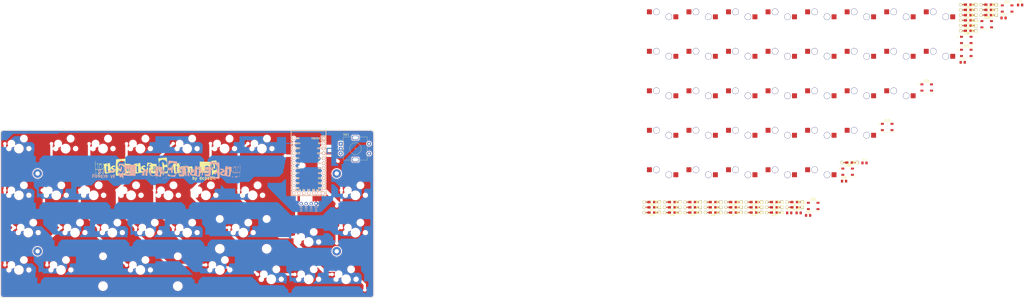
<source format=kicad_pcb>
(kicad_pcb (version 20211014) (generator pcbnew)
  (layers (0 "F.Cu" signal) (31 "B.Cu" signal) (34 "B.Paste" user) (35 "F.Paste" user) (36 "B.SilkS" user "B.Silkscreen") (37 "F.SilkS" user "F.Silkscreen") (38 "B.Mask" user) (39 "F.Mask" user) (44 "Edge.Cuts" user))
  (net 0 "")
  (net 1 "ROW0")
  (net 2 "Net-(D1-Pad2)")
  (net 3 "Net-(D2-Pad2)")
  (net 4 "Net-(D3-Pad2)")
  (net 5 "Net-(D4-Pad2)")
  (net 6 "Net-(D5-Pad2)")
  (net 7 "Net-(D6-Pad2)")
  (net 8 "ROW1")
  (net 9 "Net-(D7-Pad2)")
  (net 10 "Net-(D8-Pad2)")
  (net 11 "Net-(D9-Pad2)")
  (net 13 "Net-(D10-Pad2)")
  (net 14 "Net-(D11-Pad2)")
  (net 15 "Net-(D12-Pad2)")
  (net 16 "ROW2")
  (net 17 "Net-(D13-Pad2)")
  (net 18 "Net-(D14-Pad2)")
  (net 19 "GND")
  (net 20 "+5V")
  (net 21 "SCL")
  (net 22 "SDA")
  (net 23 "ENB")
  (net 24 "ENA")
  (net 25 "Net-(D15-Pad2)")
  (net 33 "Net-(D16-Pad2)")
  (net 34 "Net-(D17-Pad2)")
  (net 35 "Net-(D18-Pad2)")
  (net 36 "ROW3")
  (net 37 "Net-(D19-Pad2)")
  (net 38 "Net-(D20-Pad2)")
  (net 39 "Net-(D21-Pad2)")
  (net 40 "Net-(D22-Pad2)")
  (net 41 "Net-(D23-Pad2)")
  (net 42 "Net-(D24-Pad2)")
  (net 43 "ROW4")
  (net 44 "Net-(D25-Pad2)")
  (net 45 "Net-(D26-Pad2)")
  (net 46 "Net-(D27-Pad2)")
  (net 47 "Net-(D28-Pad2)")
  (net 48 "Net-(D29-Pad2)")
  (net 49 "ROW5")
  (net 50 "Net-(D30-Pad2)")
  (net 51 "Net-(D31-Pad2)")
  (net 52 "Net-(D32-Pad1)")
  (net 53 "Net-(D32-Pad2)")
  (net 54 "Net-(D33-Pad2)")
  (net 55 "Net-(D34-Pad2)")
  (net 56 "UGLOW")
  (net 57 "Net-(D35-Pad2)")
  (net 58 "Net-(D36-Pad2)")
  (net 59 "Net-(D37-Pad2)")
  (net 61 "Net-(D38-Pad4)")
  (net 62 "Net-(D39-Pad4)")
  (net 63 "Net-(D40-Pad4)")
  (net 64 "COL0")
  (net 65 "COL1")
  (net 66 "COL2")
  (net 67 "COL3")
  (net 68 "COL4")
  (net 69 "COL5")
  (footprint "acheron_MXH_metalrings:MX100H" (layer "F.Cu") (at 411.5825 19.5375)
    (fp_text reference "MX4")
    (fp_text value "F3")
    (pad "" np_thru_hole circle locked (at -2.54 -5.08) (size 3.302 3.302) (drill 3.048) (layers F&B.Cu *.Mask))
    (pad "" np_thru_hole circle locked (at 3.81 -2.54 90) (size 3.302 3.302) (drill 3.048) (layers F&B.Cu *.Mask))
    (pad "" np_thru_hole circle locked (at -5.08 0) (size 1.7018 1.7018) (drill 1.7018) (layers *.Cu *.Mask))
    (pad "" np_thru_hole circle locked (at 5.08 0) (size 1.7018 1.7018) (drill 1.7018) (layers *.Cu *.Mask))
    (pad "" np_thru_hole circle locked (at 0 0) (size 3.9878 3.9878) (drill 3.9878) (layers *.Cu *.Mask))
    (pad "1" smd roundrect locked (at -6.096 -5.08) (size 2.54 2.54) (layers "F.Cu" "F.Mask") (roundrect_rratio 0.1) (net 67 "COL3"))
    (pad "2" smd roundrect locked (at 7.366 -2.54) (size 2.54 2.54) (layers "F.Cu" "F.Mask") (roundrect_rratio 0.1) (net 5 "Net-(D4-Pad2)"))
  )
  (footprint "MountingHole:MountingHole_2.2mm_M2_Pad" (layer "F.Cu") (at 33.3375 76.2)
    (fp_text reference "H2" hide)
    (fp_text value "MountingHole")
    (pad "1" thru_hole circle locked (at 0 0) (size 4.4 4.4) (drill 2.2) (layers *.Cu *.Mask))
  )
  (footprint "custom_parts:Diode-dual-onesided" (layer "F.Cu") (at 346.2575 51.0995)
    (fp_text reference "D25" (at -0.0254 1.4) (layer "F.SilkS") (effects (font (size 0.8 0.8))))
    (fp_text value "D_Small" hide)
    (pad "1" smd rect locked (at 2.5 0) (size 2.9 0.5) (layers "F.Cu") (net 43 "ROW4"))
    (pad "1" thru_hole rect locked (at 3.9 0) (size 1.6 1.6) (drill 1) (layers *.Cu *.Mask "F.SilkS") (net 43 "ROW4"))
    (pad "1" smd rect locked (at 1.4 0) (size 1.6 1.2) (layers "F.Cu" "F.Paste" "F.Mask") (net 43 "ROW4"))
    (pad "2" smd rect locked (at -1.4 0) (size 1.6 1.2) (layers "F.Cu" "F.Paste" "F.Mask") (net 44 "Net-(D25-Pad2)"))
    (pad "2" thru_hole circle locked (at -3.9 0) (size 1.6 1.6) (drill 1) (layers *.Cu *.Mask "F.SilkS") (net 44 "Net-(D25-Pad2)"))
    (pad "2" smd rect locked (at -2.5 0) (size 2.9 0.5) (layers "F.Cu") (net 44 "Net-(D25-Pad2)"))
  )
  (footprint "custom_parts:Diode-dual-onesided" (layer "F.Cu") (at 387.8575 53.7695)
    (fp_text reference "D6" (at -0.0254 1.4) (layer "F.SilkS") (effects (font (size 0.8 0.8))))
    (fp_text value "D_Small" hide)
    (pad "1" thru_hole rect locked (at 3.9 0) (size 1.6 1.6) (drill 1) (layers *.Cu *.Mask "F.SilkS") (net 1 "ROW0"))
    (pad "1" smd rect locked (at 2.5 0) (size 2.9 0.5) (layers "F.Cu") (net 1 "ROW0"))
    (pad "1" smd rect locked (at 1.4 0) (size 1.6 1.2) (layers "F.Cu" "F.Paste" "F.Mask") (net 1 "ROW0"))
    (pad "2" smd rect locked (at -2.5 0) (size 2.9 0.5) (layers "F.Cu") (net 7 "Net-(D6-Pad2)"))
    (pad "2" thru_hole circle locked (at -3.9 0) (size 1.6 1.6) (drill 1) (layers *.Cu *.Mask "F.SilkS") (net 7 "Net-(D6-Pad2)"))
    (pad "2" smd rect locked (at -1.4 0) (size 1.6 1.2) (layers "F.Cu" "F.Paste" "F.Mask") (net 7 "Net-(D6-Pad2)"))
  )
  (footprint "Capacitor_SMD:C_0805_2012Metric_Pad1.18x1.45mm_HandSolder" (layer "F.Cu") (at 416.2625 56.6075)
    (fp_text reference "C7" (at 0 -1.68) (layer "F.SilkS"))
    (fp_text value "100n")
    (pad "1" smd roundrect (at -1.0375 0) (size 1.175 1.45) (layers "F.Cu" "F.Paste" "F.Mask") (roundrect_rratio 0.212766) (net 20 "+5V"))
    (pad "2" smd roundrect (at 1.0375 0) (size 1.175 1.45) (layers "F.Cu" "F.Paste" "F.Mask") (roundrect_rratio 0.212766) (net 19 "GND"))
  )
  (footprint "acheron_MXH_metalrings:MX100H" (layer "F.Cu") (at 472.0325 -20.7625)
    (fp_text reference "MX27")
    (fp_text value "Ctrl")
    (pad "" np_thru_hole circle locked (at 5.08 0) (size 1.7018 1.7018) (drill 1.7018) (layers *.Cu *.Mask))
    (pad "" np_thru_hole circle locked (at 3.81 -2.54 90) (size 3.302 3.302) (drill 3.048) (layers F&B.Cu *.Mask))
    (pad "" np_thru_hole circle locked (at -2.54 -5.08) (size 3.302 3.302) (drill 3.048) (layers F&B.Cu *.Mask))
    (pad "" np_thru_hole circle locked (at 0 0) (size 3.9878 3.9878) (drill 3.9878) (layers *.Cu *.Mask))
    (pad "" np_thru_hole circle locked (at -5.08 0) (size 1.7018 1.7018) (drill 1.7018) (layers *.Cu *.Mask))
    (pad "1" smd roundrect locked (at -6.096 -5.08) (size 2.54 2.54) (layers "F.Cu" "F.Mask") (roundrect_rratio 0.1) (net 66 "COL2"))
    (pad "2" smd roundrect locked (at 7.366 -2.54) (size 2.54 2.54) (layers "F.Cu" "F.Mask") (roundrect_rratio 0.1) (net 46 "Net-(D27-Pad2)"))
  )
  (footprint "custom_parts:Diode-dual-onesided" (layer "F.Cu") (at 507.4575 -49.6505)
    (fp_text reference "D29" (at -0.0254 1.4) (layer "F.SilkS") (effects (font (size 0.8 0.8))))
    (fp_text value "D_Small" hide)
    (pad "1" smd rect locked (at 2.5 0) (size 2.9 0.5) (layers "F.Cu") (net 43 "ROW4"))
    (pad "1" thru_hole rect locked (at 3.9 0) (size 1.6 1.6) (drill 1) (layers *.Cu *.Mask "F.SilkS") (net 43 "ROW4"))
    (pad "1" smd rect locked (at 1.4 0) (size 1.6 1.2) (layers "F.Cu" "F.Paste" "F.Mask") (net 43 "ROW4"))
    (pad "2" smd rect locked (at -1.4 0) (size 1.6 1.2) (layers "F.Cu" "F.Paste" "F.Mask") (net 48 "Net-(D29-Pad2)"))
    (pad "2" thru_hole circle locked (at -3.9 0) (size 1.6 1.6) (drill 1) (layers *.Cu *.Mask "F.SilkS") (net 48 "Net-(D29-Pad2)"))
    (pad "2" smd rect locked (at -2.5 0) (size 2.9 0.5) (layers "F.Cu") (net 48 "Net-(D29-Pad2)"))
  )
  (footprint "custom_parts:Diode-dual-onesided" (layer "F.Cu") (at 367.0575 53.7695)
    (fp_text reference "D5" (at -0.0254 1.4) (layer "F.SilkS") (effects (font (size 0.8 0.8))))
    (fp_text value "D_Small" hide)
    (pad "1" thru_hole rect locked (at 3.9 0) (size 1.6 1.6) (drill 1) (layers *.Cu *.Mask "F.SilkS") (net 1 "ROW0"))
    (pad "1" smd rect locked (at 2.5 0) (size 2.9 0.5) (layers "F.Cu") (net 1 "ROW0"))
    (pad "1" smd rect locked (at 1.4 0) (size 1.6 1.2) (layers "F.Cu" "F.Paste" "F.Mask") (net 1 "ROW0"))
    (pad "2" smd rect locked (at -1.4 0) (size 1.6 1.2) (layers "F.Cu" "F.Paste" "F.Mask") (net 6 "Net-(D5-Pad2)"))
    (pad "2" thru_hole circle locked (at -3.9 0) (size 1.6 1.6) (drill 1) (layers *.Cu *.Mask "F.SilkS") (net 6 "Net-(D5-Pad2)"))
    (pad "2" smd rect locked (at -2.5 0) (size 2.9 0.5) (layers "F.Cu") (net 6 "Net-(D5-Pad2)"))
  )
  (footprint "acheron_MXH_metalrings:MX100H" (layer "F.Cu") (at 391.4325 -20.7625)
    (fp_text reference "MX2")
    (fp_text value "F1")
    (pad "" np_thru_hole circle locked (at -5.08 0) (size 1.7018 1.7018) (drill 1.7018) (layers *.Cu *.Mask))
    (pad "" np_thru_hole circle locked (at 5.08 0) (size 1.7018 1.7018) (drill 1.7018) (layers *.Cu *.Mask))
    (pad "" np_thru_hole circle locked (at 0 0) (size 3.9878 3.9878) (drill 3.9878) (layers *.Cu *.Mask))
    (pad "" np_thru_hole circle locked (at -2.54 -5.08) (size 3.302 3.302) (drill 3.048) (layers F&B.Cu *.Mask))
    (pad "" np_thru_hole circle locked (at 3.81 -2.54 90) (size 3.302 3.302) (drill 3.048) (layers F&B.Cu *.Mask))
    (pad "1" smd roundrect locked (at -6.096 -5.08) (size 2.54 2.54) (layers "F.Cu" "F.Mask") (roundrect_rratio 0.1) (net 65 "COL1"))
    (pad "2" smd roundrect locked (at 7.366 -2.54) (size 2.54 2.54) (layers "F.Cu" "F.Mask") (roundrect_rratio 0.1) (net 3 "Net-(D2-Pad2)"))
  )
  (footprint "custom_parts:Diode-dual-onesided" (layer "F.Cu") (at 507.4575 -36.3005)
    (fp_text reference "D8" (at -0.0254 1.4) (layer "F.SilkS") (effects (font (size 0.8 0.8))))
    (fp_text value "D_Small" hide)
    (pad "1" smd rect locked (at 2.5 0) (size 2.9 0.5) (layers "F.Cu") (net 8 "ROW1"))
    (pad "1" thru_hole rect locked (at 3.9 0) (size 1.6 1.6) (drill 1) (layers *.Cu *.Mask "F.SilkS") (net 8 "ROW1"))
    (pad "1" smd rect locked (at 1.4 0) (size 1.6 1.2) (layers "F.Cu" "F.Paste" "F.Mask") (net 8 "ROW1"))
    (pad "2" smd rect locked (at -1.4 0) (size 1.6 1.2) (layers "F.Cu" "F.Paste" "F.Mask") (net 10 "Net-(D8-Pad2)"))
    (pad "2" thru_hole circle locked (at -3.9 0) (size 1.6 1.6) (drill 1) (layers *.Cu *.Mask "F.SilkS") (net 10 "Net-(D8-Pad2)"))
    (pad "2" smd rect locked (at -2.5 0) (size 2.9 0.5) (layers "F.Cu") (net 10 "Net-(D8-Pad2)"))
  )
  (footprint "LED_SMD:LED_WS2812B_PLCC4_5.0x5.0mm_P3.2mm" (layer "F.Cu") (at 428.4675 53.0725)
    (fp_text reference "D35" (at 0 -3.5) (layer "F.SilkS"))
    (fp_text value "WS2812B")
    (fp_text user "1" (at -4.15 -1.6) (layer "F.SilkS"))
    (pad "1" smd rect (at -2.45 -1.6) (size 1.5 1) (layers "F.Cu" "F.Paste" "F.Mask") (net 20 "+5V"))
    (pad "2" smd rect (at -2.45 1.6) (size 1.5 1) (layers "F.Cu" "F.Paste" "F.Mask") (net 57 "Net-(D35-Pad2)"))
    (pad "3" smd rect (at 2.45 1.6) (size 1.5 1) (layers "F.Cu" "F.Paste" "F.Mask") (net 19 "GND"))
    (pad "4" smd rect (at 2.45 -1.6) (size 1.5 1) (layers "F.Cu" "F.Paste" "F.Mask") (net 55 "Net-(D34-Pad2)"))
  )
  (footprint "custom_parts:Diode-dual-onesided" (layer "F.Cu") (at 387.8575 56.4395)
    (fp_text reference "D7" (at -0.0254 1.4) (layer "F.SilkS") (effects (font (size 0.8 0.8))))
    (fp_text value "D_Small" hide)
    (pad "1" thru_hole rect locked (at 3.9 0) (size 1.6 1.6) (drill 1) (layers *.Cu *.Mask "F.SilkS") (net 8 "ROW1"))
    (pad "1" smd rect locked (at 2.5 0) (size 2.9 0.5) (layers "F.Cu") (net 8 "ROW1"))
    (pad "1" smd rect locked (at 1.4 0) (size 1.6 1.2) (layers "F.Cu" "F.Paste" "F.Mask") (net 8 "ROW1"))
    (pad "2" thru_hole circle locked (at -3.9 0) (size 1.6 1.6) (drill 1) (layers *.Cu *.Mask "F.SilkS") (net 9 "Net-(D7-Pad2)"))
    (pad "2" smd rect locked (at -1.4 0) (size 1.6 1.2) (layers "F.Cu" "F.Paste" "F.Mask") (net 9 "Net-(D7-Pad2)"))
    (pad "2" smd rect locked (at -2.5 0) (size 2.9 0.5) (layers "F.Cu") (net 9 "Net-(D7-Pad2)"))
  )
  (footprint "custom_parts:Diode-dual-onesided" (layer "F.Cu") (at 367.0575 51.0995)
    (fp_text reference "D24" (at -0.0254 1.4) (layer "F.SilkS") (effects (font (size 0.8 0.8))))
    (fp_text value "D_Small" hide)
    (pad "1" smd rect locked (at 1.4 0) (size 1.6 1.2) (layers "F.Cu" "F.Paste" "F.Mask") (net 36 "ROW3"))
    (pad "1" smd rect locked (at 2.5 0) (size 2.9 0.5) (layers "F.Cu") (net 36 "ROW3"))
    (pad "1" thru_hole rect locked (at 3.9 0) (size 1.6 1.6) (drill 1) (layers *.Cu *.Mask "F.SilkS") (net 36 "ROW3"))
    (pad "2" smd rect locked (at -1.4 0) (size 1.6 1.2) (layers "F.Cu" "F.Paste" "F.Mask") (net 42 "Net-(D24-Pad2)"))
    (pad "2" smd rect locked (at -2.5 0) (size 2.9 0.5) (layers "F.Cu") (net 42 "Net-(D24-Pad2)"))
    (pad "2" thru_hole circle locked (at -3.9 0) (size 1.6 1.6) (drill 1) (layers *.Cu *.Mask "F.SilkS") (net 42 "Net-(D24-Pad2)"))
  )
  (footprint "acheron_MXH_metalrings:MX100H" (layer "F.Cu") (at 351.1325 39.6875)
    (fp_text reference "MX22")
    (fp_text value "G")
    (pad "" np_thru_hole circle locked (at 3.81 -2.54 90) (size 3.302 3.302) (drill 3.048) (layers F&B.Cu *.Mask))
    (pad "" np_thru_hole circle locked (at -5.08 0) (size 1.7018 1.7018) (drill 1.7018) (layers *.Cu *.Mask))
    (pad "" np_thru_hole circle locked (at 5.08 0) (size 1.7018 1.7018) (drill 1.7018) (layers *.Cu *.Mask))
    (pad "" np_thru_hole circle locked (at 0 0) (size 3.9878 3.9878) (drill 3.9878) (layers *.Cu *.Mask))
    (pad "" np_thru_hole circle locked (at -2.54 -5.08) (size 3.302 3.302) (drill 3.048) (layers F&B.Cu *.Mask))
    (pad "1" smd roundrect locked (at -6.096 -5.08) (size 2.54 2.54) (layers "F.Cu" "F.Mask") (roundrect_rratio 0.1) (net 67 "COL3"))
    (pad "2" smd roundrect locked (at 7.366 -2.54) (size 2.54 2.54) (layers "F.Cu" "F.Mask") (roundrect_rratio 0.1) (net 40 "Net-(D22-Pad2)"))
  )
  (footprint "acheron_MXH_metalrings:MX100H" (layer "F.Cu") (at 472.0325 -40.9125)
    (fp_text reference "MX28")
    (fp_text value "Right")
    (pad "" np_thru_hole circle locked (at -5.08 0) (size 1.7018 1.7018) (drill 1.7018) (layers *.Cu *.Mask))
    (pad "" np_thru_hole circle locked (at 0 0) (size 3.9878 3.9878) (drill 3.9878) (layers *.Cu *.Mask))
    (pad "" np_thru_hole circle locked (at 3.81 -2.54 90) (size 3.302 3.302) (drill 3.048) (layers F&B.Cu *.Mask))
    (pad "" np_thru_hole circle locked (at -2.54 -5.08) (size 3.302 3.302) (drill 3.048) (layers F&B.Cu *.Mask))
    (pad "" np_thru_hole circle locked (at 5.08 0) (size 1.7018 1.7018) (drill 1.7018) (layers *.Cu *.Mask))
    (pad "1" smd roundrect locked (at -6.096 -5.08) (size 2.54 2.54) (layers "F.Cu" "F.Mask") (roundrect_rratio 0.1) (net 67 "COL3"))
    (pad "2" smd roundrect locked (at 7.366 -2.54) (size 2.54 2.54) (layers "F.Cu" "F.Mask") (roundrect_rratio 0.1) (net 47 "Net-(D28-Pad2)"))
  )
  (footprint "Capacitor_SMD:C_0805_2012Metric_Pad1.18x1.45mm_HandSolder" (layer "F.Cu") (at 425.8825 57.8875)
    (fp_text reference "C8" (at 0 -1.68) (layer "F.SilkS"))
    (fp_text value "100n")
    (pad "1" smd roundrect (at -1.0375 0) (size 1.175 1.45) (layers "F.Cu" "F.Paste" "F.Mask") (roundrect_rratio 0.212766) (net 20 "+5V"))
    (pad "2" smd roundrect (at 1.0375 0) (size 1.175 1.45) (layers "F.Cu" "F.Paste" "F.Mask") (roundrect_rratio 0.212766) (net 19 "GND"))
  )
  (footprint "Capacitor_SMD:C_0805_2012Metric_Pad1.18x1.45mm_HandSolder" (layer "F.Cu") (at 525.4625 -42.8625)
    (fp_text reference "C1" (at 0 -1.68) (layer "F.SilkS"))
    (fp_text value "100n")
    (pad "1" smd roundrect (at -1.0375 0) (size 1.175 1.45) (layers "F.Cu" "F.Paste" "F.Mask") (roundrect_rratio 0.212766) (net 20 "+5V"))
    (pad "2" smd roundrect (at 1.0375 0) (size 1.175 1.45) (layers "F.Cu" "F.Paste" "F.Mask") (roundrect_rratio 0.212766) (net 19 "GND"))
  )
  (footprint "acheron_MXH_metalrings:MX100H" (layer "F.Cu") (at 371.2825 19.5375)
    (fp_text reference "MX33")
    (fp_text value "Down")
    (pad "" np_thru_hole circle locked (at -2.54 -5.08) (size 3.302 3.302) (drill 3.048) (layers F&B.Cu *.Mask))
    (pad "" np_thru_hole circle locked (at 5.08 0) (size 1.7018 1.7018) (drill 1.7018) (layers *.Cu *.Mask))
    (pad "" np_thru_hole circle locked (at 3.81 -2.54 90) (size 3.302 3.302) (drill 3.048) (layers F&B.Cu *.Mask))
    (pad "" np_thru_hole circle locked (at 0 0) (size 3.9878 3.9878) (drill 3.9878) (layers *.Cu *.Mask))
    (pad "" np_thru_hole circle locked (at -5.08 0) (size 1.7018 1.7018) (drill 1.7018) (layers *.Cu *.Mask))
    (pad "1" smd roundrect locked (at -6.096 -5.08) (size 2.54 2.54) (layers "F.Cu" "F.Mask") (roundrect_rratio 0.1) (net 67 "COL3"))
    (pad "2" smd roundrect locked (at 7.366 -2.54) (size 2.54 2.54) (layers "F.Cu" "F.Mask") (roundrect_rratio 0.1) (net 53 "Net-(D32-Pad2)"))
  )
  (footprint "Capacitor_SMD:C_0805_2012Metric_Pad1.18x1.45mm_HandSolder" (layer "F.Cu") (at 533.8825 -49.4825)
    (fp_text reference "C5" (at 0 -1.68) (layer "F.SilkS"))
    (fp_text value "100n")
    (pad "1" smd roundrect (at -1.0375 0) (size 1.175 1.45) (layers "F.Cu" "F.Paste" "F.Mask") (roundrect_rratio 0.212766) (net 20 "+5V"))
    (pad "2" smd roundrect (at 1.0375 0) (size 1.175 1.45) (layers "F.Cu" "F.Paste" "F.Mask") (roundrect_rratio 0.212766) (net 19 "GND"))
  )
  (footprint "acheron_MXH_metalrings:MX100H" (layer "F.Cu") (at 371.2825 -20.7625)
    (fp_text reference "MX1")
    (fp_text value "Esc/e0")
    (pad "" np_thru_hole circle locked (at 3.81 -2.54 90) (size 3.302 3.302) (drill 3.048) (layers F&B.Cu *.Mask))
    (pad "" np_thru_hole circle locked (at -5.08 0) (size 1.7018 1.7018) (drill 1.7018) (layers *.Cu *.Mask))
    (pad "" np_thru_hole circle locked (at 0 0) (size 3.9878 3.9878) (drill 3.9878) (layers *.Cu *.Mask))
    (pad "" np_thru_hole circle locked (at -2.54 -5.08) (size 3.302 3.302) (drill 3.048) (layers F&B.Cu *.Mask))
    (pad "" np_thru_hole circle locked (at 5.08 0) (size 1.7018 1.7018) (drill 1.7018) (layers *.Cu *.Mask))
    (pad "1" smd roundrect locked (at -6.096 -5.08) (size 2.54 2.54) (layers "F.Cu" "F.Mask") (roundrect_rratio 0.1) (net 64 "COL0"))
    (pad "2" smd roundrect locked (at 7.366 -2.54) (size 2.54 2.54) (layers "F.Cu" "F.Mask") (roundrect_rratio 0.1) (net 2 "Net-(D1-Pad2)"))
  )
  (footprint "custom_parts:Diode-dual-onesided" (layer "F.Cu") (at 377.4575 53.7695)
    (fp_text reference "D17" (at -0.0254 1.4) (layer "F.SilkS") (effects (font (size 0.8 0.8))))
    (fp_text value "D_Small" hide)
    (pad "1" smd rect locked (at 1.4 0) (size 1.6 1.2) (layers "F.Cu" "F.Paste" "F.Mask") (net 16 "ROW2"))
    (pad "1" smd rect locked (at 2.5 0) (size 2.9 0.5) (layers "F.Cu") (net 16 "ROW2"))
    (pad "1" thru_hole rect locked (at 3.9 0) (size 1.6 1.6) (drill 1) (layers *.Cu *.Mask "F.SilkS") (net 16 "ROW2"))
    (pad "2" thru_hole circle locked (at -3.9 0) (size 1.6 1.6) (drill 1) (layers *.Cu *.Mask "F.SilkS") (net 34 "Net-(D17-Pad2)"))
    (pad "2" smd rect locked (at -2.5 0) (size 2.9 0.5) (layers "F.Cu") (net 34 "Net-(D17-Pad2)"))
    (pad "2" smd rect locked (at -1.4 0) (size 1.6 1.2) (layers "F.Cu" "F.Paste" "F.Mask") (net 34 "Net-(D17-Pad2)"))
  )
  (footprint "custom_parts:Diode-dual-onesided" (layer "F.Cu") (at 356.6575 53.7695)
    (fp_text reference "D16" (at -0.0254 1.4) (layer "F.SilkS") (effects (font (size 0.8 0.8))))
    (fp_text value "D_Small" hide)
    (pad "1" thru_hole rect locked (at 3.9 0) (size 1.6 1.6) (drill 1) (layers *.Cu *.Mask "F.SilkS") (net 16 "ROW2"))
    (pad "1" smd rect locked (at 2.5 0) (size 2.9 0.5) (layers "F.Cu") (net 16 "ROW2"))
    (pad "1" smd rect locked (at 1.4 0) (size 1.6 1.2) (layers "F.Cu" "F.Paste" "F.Mask") (net 16 "ROW2"))
    (pad "2" smd rect locked (at -2.5 0) (size 2.9 0.5) (layers "F.Cu") (net 33 "Net-(D16-Pad2)"))
    (pad "2" thru_hole circle locked (at -3.9 0) (size 1.6 1.6) (drill 1) (layers *.Cu *.Mask "F.SilkS") (net 33 "Net-(D16-Pad2)"))
    (pad "2" smd rect locked (at -1.4 0) (size 1.6 1.2) (layers "F.Cu" "F.Paste" "F.Mask") (net 33 "Net-(D16-Pad2)"))
  )
  (footprint "acheron_MXH_metalrings:MX100H" (layer "F.Cu") (at 431.7325 39.6875)
    (fp_text reference "MX3")
    (fp_text value "F2")
    (pad "" np_thru_hole circle locked (at -5.08 0) (size 1.7018 1.7018) (drill 1.7018) (layers *.Cu *.Mask))
    (pad "" np_thru_hole circle locked (at 3.81 -2.54 90) (size 3.302 3.302) (drill 3.048) (layers F&B.Cu *.Mask))
    (pad "" np_thru_hole circle locked (at -2.54 -5.08) (size 3.302 3.302) (drill 3.048) (layers F&B.Cu *.Mask))
    (pad "" np_thru_hole circle locked (at 5.08 0) (size 1.7018 1.7018) (drill 1.7018) (layers *.Cu *.Mask))
    (pad "" np_thru_hole circle locked (at 0 0) (size 3.9878 3.9878) (drill 3.9878) (layers *.Cu *.Mask))
    (pad "1" smd roundrect locked (at -6.096 -5.08) (size 2.54 2.54) (layers "F.Cu" "F.Mask") (roundrect_rratio 0.1) (net 66 "COL2"))
    (pad "2" smd roundrect locked (at 7.366 -2.54) (size 2.54 2.54) (layers "F.Cu" "F.Mask") (roundrect_rratio 0.1) (net 4 "Net-(D3-Pad2)"))
  )
  (footprint "MountingHole:MountingHole_2.2mm_M2_Pad" (layer "F.Cu") (at 185.7375 36.5125)
    (fp_text reference "H3" hide)
    (fp_text value "MountingHole")
    (pad "1" thru_hole circle locked (at 0 0) (size 4.4 4.4) (drill 2.2) (layers *.Cu *.Mask))
  )
  (footprint "Rotary_Encoder:RotaryEncoder_Alps_EC11E-Switch_Vertical_H20mm" (layer "F.Cu") (at 187.76875 21.3125)
    (fp_text reference "SW1" (at 2.8 -4.7) (layer "F.SilkS"))
    (fp_text value "RotaryEncoder_Switch")
    (pad "A" thru_hole rect (at 0 0) (size 2 2) (drill 1) (layers *.Cu *.Mask) (net 24 "ENA"))
    (pad "B" thru_hole circle (at 0 5) (size 2 2) (drill 1) (layers *.Cu *.Mask) (net 23 "ENB"))
    (pad "C" thru_hole circle (at 0 2.5) (size 2 2) (drill 1) (layers *.Cu *.Mask) (net 19 "GND"))
    (pad "MP" thru_hole rect (at 7.5 8.1) (size 3.2 2) (drill oval 2.8 1.5) (layers *.Cu *.Mask))
    (pad "MP" thru_hole rect (at 7.5 -3.1) (size 3.2 2) (drill oval 2.8 1.5) (layers *.Cu *.Mask))
    (pad "S1" thru_hole circle (at 14.5 5) (size 2 2) (drill 1) (layers *.Cu *.Mask) (net 64 "COL0"))
    (pad "S2" thru_hole circle (at 14.5 0) (size 2 2) (drill 1) (layers *.Cu *.Mask) (net 1 "ROW0"))
  )
  (footprint "acheron_MXH_metalrings:MX100H" (layer "F.Cu") (at 431.7325 -0.6125)
    (fp_text reference "MX18")
    (fp_text value "Delete")
    (pad "" np_thru_hole circle locked (at -2.54 -5.08) (size 3.302 3.302) (drill 3.048) (layers F&B.Cu *.Mask))
    (pad "" np_thru_hole circle locked (at 5.08 0) (size 1.7018 1.7018) (drill 1.7018) (layers *.Cu *.Mask))
    (pad "" np_thru_hole circle locked (at 3.81 -2.54 90) (size 3.302 3.302) (drill 3.048) (layers F&B.Cu *.Mask))
    (pad "" np_thru_hole circle locked (at 0 0) (size 3.9878 3.9878) (drill 3.9878) (layers *.Cu *.Mask))
    (pad "" np_thru_hole circle locked (at -5.08 0) (size 1.7018 1.7018) (drill 1.7018) (layers *.Cu *.Mask))
    (pad "1" smd roundrect locked (at -6.096 -5.08) (size 2.54 2.54) (layers "F.Cu" "F.Mask") (roundrect_rratio 0.1) (net 69 "COL5"))
    (pad "2" smd roundrect locked (at 7.366 -2.54) (size 2.54 2.54) (layers "F.Cu" "F.Mask") (roundrect_rratio 0.1) (net 35 "Net-(D18-Pad2)"))
  )
  (footprint "LED_SMD:LED_WS2812B_PLCC4_5.0x5.0mm_P3.2mm" (layer "F.Cu") (at 527.2675 -47.6775)
    (fp_text reference "D34" (at 0 -3.5) (layer "F.SilkS"))
    (fp_text value "WS2812B")
    (fp_text user "1" (at -4.15 -1.6) (layer "F.SilkS"))
    (pad "1" smd rect (at -2.45 -1.6) (size 1.5 1) (layers "F.Cu" "F.Paste" "F.Mask") (net 20 "+5V"))
    (pad "2" smd rect (at -2.45 1.6) (size 1.5 1) (layers "F.Cu" "F.Paste" "F.Mask") (net 55 "Net-(D34-Pad2)"))
    (pad "3" smd rect (at 2.45 1.6) (size 1.5 1) (layers "F.Cu" "F.Paste" "F.Mask") (net 19 "GND"))
    (pad "4" smd rect (at 2.45 -1.6) (size 1.5 1) (layers "F.Cu" "F.Paste" "F.Mask") (net 56 "UGLOW"))
  )
  (footprint "dissat:logo" (layer "F.Cu") (at 93.6625 33.3375)
    (fp_text reference "G***" hide)
    (fp_text value "LOGO" hide)
  )
  (footprint "custom_parts:Diode-dual-onesided" (layer "F.Cu") (at 517.8575 -46.9805)
    (fp_text reference "D19" (at -0.0254 1.4) (layer "F.SilkS") (effects (font (size 0.8 0.8))))
    (fp_text value "D_Small" hide)
    (pad "1" smd rect locked (at 2.5 0) (size 2.9 0.5) (layers "F.Cu") (net 36 "ROW3"))
    (pad "1" thru_hole rect locked (at 3.9 0) (size 1.6 1.6) (drill 1) (layers *.Cu *.Mask "F.SilkS") (net 36 "ROW3"))
    (pad "1" smd rect locked (at 1.4 0) (size 1.6 1.2) (layers "F.Cu" "F.Paste" "F.Mask") (net 36 "ROW3"))
    (pad "2" smd rect locked (at -2.5 0) (size 2.9 0.5) (layers "F.Cu") (net 37 "Net-(D19-Pad2)"))
    (pad "2" smd rect locked (at -1.4 0) (size 1.6 1.2) (layers "F.Cu" "F.Paste" "F.Mask") (net 37 "Net-(D19-Pad2)"))
    (pad "2" thru_hole circle locked (at -3.9 0) (size 1.6 1.6) (drill 1) (layers *.Cu *.Mask "F.SilkS") (net 37 "Net-(D19-Pad2)"))
  )
  (footprint "acheron_MXH_metalrings:MX100H" (layer "F.Cu") (at 411.5825 -0.6125)
    (fp_text reference "MX19")
    (fp_text value "Ctrl")
    (pad "" np_thru_hole circle locked (at -5.08 0) (size 1.7018 1.7018) (drill 1.7018) (layers *.Cu *.Mask))
    (pad "" np_thru_hole circle locked (at 5.08 0) (size 1.7018 1.7018) (drill 1.7018) (layers *.Cu *.Mask))
    (pad "" np_thru_hole circle locked (at 0 0) (size 3.9878 3.9878) (drill 3.9878) (layers *.Cu *.Mask))
    (pad "" np_thru_hole circle locked (at -2.54 -5.08) (size 3.302 3.302) (drill 3.048) (layers F&B.Cu *.Mask))
    (pad "" np_thru_hole circle locked (at 3.81 -2.54 90) (size 3.302 3.302) (drill 3.048) (layers F&B.Cu *.Mask))
    (pad "1" smd roundrect locked (at -6.096 -5.08) (size 2.54 2.54) (layers "F.Cu" "F.Mask") (roundrect_rratio 0.1) (net 64 "COL0"))
    (pad "2" smd roundrect locked (at 7.366 -2.54) (size 2.54 2.54) (layers "F.Cu" "F.Mask") (roundrect_rratio 0.1) (net 37 "Net-(D19-Pad2)"))
  )
  (footprint "acheron_MXH_metalrings:MX100H" (layer "F.Cu") (at 451.8825 -20.7625)
    (fp_text reference "MX7")
    (fp_text value "Tab")
    (pad "" np_thru_hole circle locked (at 3.81 -2.54 90) (size 3.302 3.302) (drill 3.048) (layers F&B.Cu *.Mask))
    (pad "" np_thru_hole circle locked (at 0 0) (size 3.9878 3.9878) (drill 3.9878) (layers *.Cu *.Mask))
    (pad "" np_thru_hole circle locked (at -2.54 -5.08) (size 3.302 3.302) (drill 3.048) (layers F&B.Cu *.Mask))
    (pad "" np_thru_hole circle locked (at -5.08 0) (size 1.7018 1.7018) (drill 1.7018) (layers *.Cu *.Mask))
    (pad "" np_thru_hole circle locked (at 5.08 0) (size 1.7018 1.7018) (drill 1.7018) (layers *.Cu *.Mask))
    (pad "1" smd roundrect locked (at -6.096 -5.08) (size 2.54 2.54) (layers "F.Cu" "F.Mask") (roundrect_rratio 0.1) (net 64 "COL0"))
    (pad "2" smd roundrect locked (at 7.366 -2.54) (size 2.54 2.54) (layers "F.Cu" "F.Mask") (roundrect_rratio 0.1) (net 9 "Net-(D7-Pad2)"))
  )
  (footprint "custom_parts:Diode-dual-onesided" (layer "F.Cu") (at 377.4575 56.4395)
    (fp_text reference "D28" (at -0.0254 1.4) (layer "F.SilkS") (effects (font (size 0.8 0.8))))
    (fp_text value "D_Small" hide)
    (pad "1" smd rect locked (at 2.5 0) (size 2.9 0.5) (layers "F.Cu") (net 43 "ROW4"))
    (pad "1" smd rect locked (at 1.4 0) (size 1.6 1.2) (layers "F.Cu" "F.Paste" "F.Mask") (net 43 "ROW4"))
    (pad "1" thru_hole rect locked (at 3.9 0) (size 1.6 1.6) (drill 1) (layers *.Cu *.Mask "F.SilkS") (net 43 "ROW4"))
    (pad "2" smd rect locked (at -2.5 0) (size 2.9 0.5) (layers "F.Cu") (net 47 "Net-(D28-Pad2)"))
    (pad "2" smd rect locked (at -1.4 0) (size 1.6 1.2) (layers "F.Cu" "F.Paste" "F.Mask") (net 47 "Net-(D28-Pad2)"))
    (pad "2" thru_hole circle locked (at -3.9 0) (size 1.6 1.6) (drill 1) (layers *.Cu *.Mask "F.SilkS") (net 47 "Net-(D28-Pad2)"))
  )
  (footprint "custom_parts:Diode-dual-onesided" (layer "F.Cu") (at 408.6575 56.4395)
    (fp_text reference "D33" (at -0.0254 1.4) (layer "F.SilkS") (effects (font (size 0.8 0.8))))
    (fp_text value "D_Small" hide)
    (pad "1" thru_hole rect locked (at 3.9 0) (size 1.6 1.6) (drill 1) (layers *.Cu *.Mask "F.SilkS") (net 52 "Net-(D32-Pad1)"))
    (pad "1" smd rect locked (at 1.4 0) (size 1.6 1.2) (layers "F.Cu" "F.Paste" "F.Mask") (net 52 "Net-(D32-Pad1)"))
    (pad "1" smd rect locked (at 2.5 0) (size 2.9 0.5) (layers "F.Cu") (net 52 "Net-(D32-Pad1)"))
    (pad "2" smd rect locked (at -2.5 0) (size 2.9 0.5) (layers "F.Cu") (net 54 "Net-(D33-Pad2)"))
    (pad "2" thru_hole circle locked (at -3.9 0) (size 1.6 1.6) (drill 1) (layers *.Cu *.Mask "F.SilkS") (net 54 "Net-(D33-Pad2)"))
    (pad "2" smd rect locked (at -1.4 0) (size 1.6 1.2) (layers "F.Cu" "F.Paste" "F.Mask") (net 54 "Net-(D33-Pad2)"))
  )
  (footprint "custom_parts:Diode-dual-onesided" (layer "F.Cu") (at 517.8575 -49.6505)
    (fp_text reference "D18" (at -0.0254 1.4) (layer "F.SilkS") (effects (font (size 0.8 0.8))))
    (fp_text value "D_Small" hide)
    (pad "1" thru_hole rect locked (at 3.9 0) (size 1.6 1.6) (drill 1) (layers *.Cu *.Mask "F.SilkS") (net 16 "ROW2"))
    (pad "1" smd rect locked (at 2.5 0) (size 2.9 0.5) (layers "F.Cu") (net 16 "ROW2"))
    (pad "1" smd rect locked (at 1.4 0) (size 1.6 1.2) (layers "F.Cu" "F.Paste" "F.Mask") (net 16 "ROW2"))
    (pad "2" thru_hole circle locked (at -3.9 0) (size 1.6 1.6) (drill 1) (layers *.Cu *.Mask "F.SilkS") (net 35 "Net-(D18-Pad2)"))
    (pad "2" smd rect locked (at -1.4 0) (size 1.6 1.2) (layers "F.Cu" "F.Paste" "F.Mask") (net 35 "Net-(D18-Pad2)"))
    (pad "2" smd rect locked (at -2.5 0) (size 2.9 0.5) (layers "F.Cu") (net 35 "Net-(D18-Pad2)"))
  )
  (footprint "custom_parts:Diode-dual-onesided" (layer "F.Cu") (at 507.4575 -44.3105)
    (fp_text reference "D21" (at -0.0254 1.4) (layer "F.SilkS") (effects (font (size 0.8 0.8))))
    (fp_text value "D_Small" hide)
    (pad "1" smd rect locked (at 2.5 0) (size 2.9 0.5) (layers "F.Cu") (net 36 "ROW3"))
    (pad "1" smd rect locked (at 1.4 0) (size 1.6 1.2) (layers "F.Cu" "F.Paste" "F.Mask") (net 36 "ROW3"))
    (pad "1" thru_hole rect locked (at 3.9 0) (size 1.6 1.6) (drill 1) (layers *.Cu *.Mask "F.SilkS") (net 36 "ROW3"))
    (pad "2" smd rect locked (at -2.5 0) (size 2.9 0.5) (layers "F.Cu") (net 39 "Net-(D21-Pad2)"))
    (pad "2" thru_hole circle locked (at -3.9 0) (size 1.6 1.6) (drill 1) (layers *.Cu *.Mask "F.SilkS") (net 39 "Net-(D21-Pad2)"))
    (pad "2" smd rect locked (at -1.4 0) (size 1.6 1.2) (layers "F.Cu" "F.Paste" "F.Mask") (net 39 "Net-(D21-Pad2)"))
  )
  (footprint "acheron_MXH_metalrings:MX100H" (layer "F.Cu") (at 411.5825 39.6875)
    (fp_text reference "MX23")
    (fp_text value "Bspc")
    (pad "" np_thru_hole circle locked (at 0 0) (size 3.9878 3.9878) (drill 3.9878) (layers *.Cu *.Mask))
    (pad "" np_thru_hole circle locked (at 3.81 -2.54 90) (size 3.302 3.302) (drill 3.048) (layers F&B.Cu *.Mask))
    (pad "" np_thru_hole circle locked (at -5.08 0) (size 1.7018 1.7018) (drill 1.7018) (layers *.Cu *.Mask))
    (pad "" np_thru_hole circle locked (at 5.08 0) (size 1.7018 1.7018) (drill 1.7018) (layers *.Cu *.Mask))
    (pad "" np_thru_hole circle locked (at -2.54 -5.08) (size 3.302 3.302) (drill 3.048) (layers F&B.Cu *.Mask))
    (pad "1" smd roundrect locked (at -6.096 -5.08) (size 2.54 2.54) (layers "F.Cu" "F.Mask") (roundrect_rratio 0.1) (net 68 "COL4"))
    (pad "2" smd roundrect locked (at 7.366 -2.54) (size 2.54 2.54) (layers "F.Cu" "F.Mask") (roundrect_rratio 0.1) (net 41 "Net-(D23-Pad2)"))
  )
  (footprint "acheron_MXH_metalrings:MX100H" (layer "F.Cu") (at 492.1825 -40.9125)
    (fp_text reference "MX32")
    (fp_text value "Alt")
    (pad "" np_thru_hole circle locked (at -2.54 -5.08) (size 3.302 3.302) (drill 3.048) (layers F&B.Cu *.Mask))
    (pad "" np_thru_hole circle locked (at 0 0) (size 3.9878 3.9878) (drill 3.9878) (layers *.Cu *.Mask))
    (pad "" np_thru_hole circle locked (at 5.08 0) (size 1.7018 1.7018) (drill 1.7018) (layers *.Cu *.Mask))
    (pad "" np_thru_hole circle locked (at 3.81 -2.54 90) (size 3.302 3.302) (drill 3.048) (layers F&B.Cu *.Mask))
    (pad "" np_thru_hole circle locked (at -5.08 0) (size 1.7018 1.7018) (drill 1.7018) (layers *.Cu *.Mask))
    (pad "1" smd roundrect locked (at -6.096 -5.08) (size 2.54 2.54) (layers "F.Cu" "F.Mask") (roundrect_rratio 0.1) (net 65 "COL1"))
    (pad "2" smd roundrect locked (at 7.366 -2.54) (size 2.54 2.54) (layers "F.Cu" "F.Mask") (roundrect_rratio 0.1) (net 51 "Net-(D31-Pad2)"))
  )
  (footprint "custom_parts:Diode-dual-onesided" (layer "F.Cu") (at 346.2575 56.4395)
    (fp_text reference "D31" (at -0.0254 1.4) (layer "F.SilkS") (effects (font (size 0.8 0.8))))
    (fp_text value "D_Small" hide)
    (pad "1" smd rect locked (at 1.4 0) (size 1.6 1.2) (layers "F.Cu" "F.Paste" "F.Mask") (net 49 "ROW5"))
    (pad "1" thru_hole rect locked (at 3.9 0) (size 1.6 1.6) (drill 1) (layers *.Cu *.Mask "F.SilkS") (net 49 "ROW5"))
    (pad "1" smd rect locked (at 2.5 0) (size 2.9 0.5) (layers "F.Cu") (net 49 "ROW5"))
    (pad "2" smd rect locked (at -2.5 0) (size 2.9 0.5) (layers "F.Cu") (net 51 "Net-(D31-Pad2)"))
    (pad "2" smd rect locked (at -1.4 0) (size 1.6 1.2) (layers "F.Cu" "F.Paste" "F.Mask") (net 51 "Net-(D31-Pad2)"))
    (pad "2" thru_hole circle locked (at -3.9 0) (size 1.6 1.6) (drill 1) (layers *.Cu *.Mask "F.SilkS") (net 51 "Net-(D31-Pad2)"))
  )
  (footprint "acheron_MXH_metalrings:MX100H" (layer "F.Cu") (at 371.2825 39.6875)
    (fp_text reference "MX13")
    (fp_text value "Shift")
    (pad "" np_thru_hole circle locked (at 0 0) (size 3.9878 3.9878) (drill 3.9878) (layers *.Cu *.Mask))
    (pad "" np_thru_hole circle locked (at -5.08 0) (size 1.7018 1.7018) (drill 1.7018) (layers *.Cu *.Mask))
    (pad "" np_thru_hole circle locked (at 3.81 -2.54 90) (size 3.302 3.302) (drill 3.048) (layers F&B.Cu *.Mask))
    (pad "" np_thru_hole circle locked (at -2.54 -5.08) (size 3.302 3.302) (drill 3.048) (layers F&B.Cu *.Mask))
    (pad "" np_thru_hole circle locked (at 5.08 0) (size 1.7018 1.7018) (drill 1.7018) (layers *.Cu *.Mask))
    (pad "1" smd roundrect locked (at -6.096 -5.08) (size 2.54 2.54) (layers "F.Cu" "F.Mask") (roundrect_rratio 0.1) (net 64 "COL0"))
    (pad "2" smd roundrect locked (at 7.366 -2.54) (size 2.54 2.54) (layers "F.Cu" "F.Mask") (roundrect_rratio 0.1) (net 17 "Net-(D13-Pad2)"))
  )
  (footprint "custom_parts:Diode-dual-onesided" (layer "F.Cu") (at 419.0575 53.7695)
    (fp_text reference "D12" (at -0.0254 1.4) (layer "F.SilkS") (effects (font (size 0.8 0.8))))
    (fp_text value "D_Small" hide)
    (pad "1" smd rect locked (at 1.4 0) (size 1.6 1.2) (layers "F.Cu" "F.Paste" "F.Mask") (net 8 "ROW1"))
    (pad "1" smd rect locked (at 2.5 0) (size 2.9 0.5) (layers "F.Cu") (net 8 "ROW1"))
    (pad "1" thru_hole rect locked (at 3.9 0) (size 1.6 1.6) (drill 1) (layers *.Cu *.Mask "F.SilkS") (net 8 "ROW1"))
    (pad "2" smd rect locked (at -2.5 0) (size 2.9 0.5) (layers "F.Cu") (net 15 "Net-(D12-Pad2)"))
    (pad "2" thru_hole circle locked (at -3.9 0) (size 1.6 1.6) (drill 1) (layers *.Cu *.Mask "F.SilkS") (net 15 "Net-(D12-Pad2)"))
    (pad "2" smd rect locked (at -1.4 0) (size 1.6 1.2) (layers "F.Cu" "F.Paste" "F.Mask") (net 15 "Net-(D12-Pad2)"))
  )
  (footprint "acheron_MXH_metalrings:MX100H" (layer "F.Cu") (at 431.7325 -40.9125)
    (fp_text reference "MX11")
    (fp_text value "F5")
    (pad "" np_thru_hole circle locked (at 5.08 0) (size 1.7018 1.7018) (drill 1.7018) (layers *.Cu *.Mask))
    (pad "" np_thru_hole circle locked (at -2.54 -5.08) (size 3.302 3.302) (drill 3.048) (layers F&B.Cu *.Mask))
    (pad "" np_thru_hole circle locked (at -5.08 0) (size 1.7018 1.7018) (drill 1.7018) (layers *.Cu *.Mask))
    (pad "" np_thru_hole circle locked (at 3.81 -2.54 90) (size 3.302 3.302) (drill 3.048) (layers F&B.Cu *.Mask))
    (pad "" np_thru_hole circle locked (at 0 0) (size 3.9878 3.9878) (drill 3.9878) (layers *.Cu *.Mask))
    (pad "1" smd roundrect locked (at -6.096 -5.08) (size 2.54 2.54) (layers "F.Cu" "F.Mask") (roundrect_rratio 0.1) (net 68 "COL4"))
    (pad "2" smd roundrect locked (at 7.366 -2.54) (size 2.54 2.54) (layers "F.Cu" "F.Mask") (roundrect_rratio 0.1) (net 14 "Net-(D11-Pad2)"))
  )
  (footprint "acheron_MXH_metalrings:MX100H" (layer "F.Cu") (at 451.8825 -0.6125)
    (fp_text reference "MX8")
    (fp_text value "Q")
    (pad "" np_thru_hole circle locked (at 0 0) (size 3.9878 3.9878) (drill 3.9878) (layers *.Cu *.Mask))
    (pad "" np_thru_hole circle locked (at -5.08 0) (size 1.7018 1.7018) (drill 1.7018) (layers *.Cu *.Mask))
    (pad "" np_thru_hole circle locked (at 5.08 0) (size 1.7018 1.7018) (drill 1.7018) (layers *.Cu *.Mask))
    (pad "" np_thru_hole circle locked (at 3.81 -2.54 90) (size 3.302 3.302) (drill 3.048) (layers F&B.Cu *.Mask))
    (pad "" np_thru_hole circle locked (at -2.54 -5.08) (size 3.302 3.302) (drill 3.048) (layers F&B.Cu *.Mask))
    (pad "1" smd roundrect locked (at -6.096 -5.08) (size 2.54 2.54) (layers "F.Cu" "F.Mask") (roundrect_rratio 0.1) (net 65 "COL1"))
    (pad "2" smd roundrect locked (at 7.366 -2.54) (size 2.54 2.54) (layers "F.Cu" "F.Mask") (roundrect_rratio 0.1) (net 10 "Net-(D8-Pad2)"))
  )
  (footprint "custom_parts:Diode-dual-onesided" (layer "F.Cu") (at 447.0075 30.9495)
    (fp_text reference "D15" (at -0.0254 1.4) (layer "F.SilkS") (effects (font (size 0.8 0.8))))
    (fp_text value "D_Small" hide)
    (pad "1" thru_hole rect locked (at 3.9 0) (size 1.6 1.6) (drill 1) (layers *.Cu *.Mask "F.SilkS") (net 16 "ROW2"))
    (pad "1" smd rect locked (at 1.4 0) (size 1.6 1.2) (layers "F.Cu" "F.Paste" "F.Mask") (net 16 "ROW2"))
    (pad "1" smd rect locked (at 2.5 0) (size 2.9 0.5) (layers "F.Cu") (net 16 "ROW2"))
    (pad "2" smd rect locked (at -2.5 0) (size 2.9 0.5) (layers "F.Cu") (net 25 "Net-(D15-Pad2)"))
    (pad "2" thru_hole circle locked (at -3.9 0) (size 1.6 1.6) (drill 1) (layers *.Cu *.Mask "F.SilkS") (net 25 "Net-(D15-Pad2)"))
    (pad "2" smd rect locked (at -1.4 0) (size 1.6 1.2) (layers "F.Cu" "F.Paste" "F.Mask") (net 25 "Net-(D15-Pad2)"))
  )
  (footprint "acheron_MXH_metalrings:MX100H" (layer "F.Cu") (at 351.1325 -0.6125)
    (fp_text reference "MX17")
    (fp_text value "F6")
    (pad "" np_thru_hole circle locked (at 5.08 0) (size 1.7018 1.7018) (drill 1.7018) (layers *.Cu *.Mask))
    (pad "" np_thru_hole circle locked (at -5.08 0) (size 1.7018 1.7018) (drill 1.7018) (layers *.Cu *.Mask))
    (pad "" np_thru_hole circle locked (at -2.54 -5.08) (size 3.302 3.302) (drill 3.048) (layers F&B.Cu *.Mask))
    (pad "" np_thru_hole circle locked (at 0 0) (size 3.9878 3.9878) (drill 3.9878) (layers *.Cu *.Mask))
    (pad "" np_thru_hole circle locked (at 3.81 -2.54 90) (size 3.302 3.302) (drill 3.048) (layers F&B.Cu *.Mask))
    (pad "1" smd roundrect locked (at -6.096 -5.08) (size 2.54 2.54) (layers "F.Cu" "F.Mask") (roundrect_rratio 0.1) (net 68 "COL4"))
    (pad "2" smd roundrect locked (at 7.366 -2.54) (size 2.54 2.54) (layers "F.Cu" "F.Mask") (roundrect_rratio 0.1) (net 34 "Net-(D17-Pad2)"))
  )
  (footprint "acheron_MXH_metalrings:MX100H" (layer "F.Cu") (at 351.1325 -20.7625)
    (fp_text reference "MX10")
    (fp_text value "R")
    (pad "" np_thru_hole circle locked (at 3.81 -2.54 90) (size 3.302 3.302) (drill 3.048) (layers F&B.Cu *.Mask))
    (pad "" np_thru_hole circle locked (at 5.08 0) (size 1.7018 1.7018) (drill 1.7018) (layers *.Cu *.Mask))
    (pad "" np_thru_hole circle locked (at -5.08 0) (size 1.7018 1.7018) (drill 1.7018) (layers *.Cu *.Mask))
    (pad "" np_thru_hole circle locked (at 0 0) (size 3.9878 3.9878) (drill 3.9878) (layers *.Cu *.Mask))
    (pad "" np_thru_hole circle locked (at -2.54 -5.08) (size 3.302 3.302) (drill 3.048) (layers F&B.Cu *.Mask))
    (pad "1" smd roundrect locked (at -6.096 -5.08) (size 2.54 2.54) (layers "F.Cu" "F.Mask") (roundrect_rratio 0.1) (net 67 "COL3"))
    (pad "2" smd roundrect locked (at 7.366 -2.54) (size 2.54 2.54) (layers "F.Cu" "F.Mask") (roundrect_rratio 0.1) (net 13 "Net-(D10-Pad2)"))
  )
  (footprint "MountingHole:MountingHole_2.2mm_M2_Pad" (layer "F.Cu") (at 185.7375 76.2)
    (fp_text reference "H4" hide)
    (fp_text value "MountingHole")
    (pad "1" thru_hole circle locked (at 0 0) (size 4.4 4.4) (drill 2.2) (layers *.Cu *.Mask))
  )
  (footprint "acheron_MXH_metalrings:MX100H" (layer "F.Cu") (at 391.4325 19.5375)
    (fp_text reference "MX21")
    (fp_text value "F")
    (pad "" np_thru_hole circle locked (at -5.08 0) (size 1.7018 1.7018) (drill 1.7018) (layers *.Cu *.Mask))
    (pad "" np_thru_hole circle locked (at 5.08 0) (size 1.7018 1.7018) (drill 1.7018) (layers *.Cu *.Mask))
    (pad "" np_thru_hole circle locked (at 0 0) (size 3.9878 3.9878) (drill 3.9878) (layers *.Cu *.Mask))
    (pad "" np_thru_hole circle locked (at 3.81 -2.54 90) (size 3.302 3.302) (drill 3.048) (layers F&B.Cu *.Mask))
    (pad "" np_thru_hole circle locked (at -2.54 -5.08) (size 3.302 3.302) (drill 3.048) (layers F&B.Cu *.Mask))
    (pad "1" smd roundrect locked (at -6.096 -5.08) (size 2.54 2.54) (layers "F.Cu" "F.Mask") (roundrect_rratio 0.1) (net 66 "COL2"))
    (pad "2" smd roundrect locked (at 7.366 -2.54) (size 2.54 2.54) (layers "F.Cu" "F.Mask") (roundrect_rratio 0.1) (net 39 "Net-(D21-Pad2)"))
  )
  (footprint "acheron_MXH_metalrings:MX100H" (layer "F.Cu") (at 391.4325 -0.6125)
    (fp_text reference "MX24")
    (fp_text value "Left")
    (pad "" np_thru_hole circle locked (at 3.81 -2.54 90) (size 3.302 3.302) (drill 3.048) (layers F&B.Cu *.Mask))
    (pad "" np_thru_hole circle locked (at -2.54 -5.08) (size 3.302 3.302) (drill 3.048) (layers F&B.Cu *.Mask))
    (pad "" np_thru_hole circle locked (at 5.08 0) (size 1.7018 1.7018) (drill 1.7018) (layers *.Cu *.Mask))
    (pad "" np_thru_hole circle locked (at 0 0) (size 3.9878 3.9878) (drill 3.9878) (layers *.Cu *.Mask))
    (pad "" np_thru_hole circle locked (at -5.08 0) (size 1.7018 1.7018) (drill 1.7018) (layers *.Cu *.Mask))
    (pad "1" smd roundrect locked (at -6.096 -5.08) (size 2.54 2.54) (layers "F.Cu" "F.Mask") (roundrect_rratio 0.1) (net 69 "COL5"))
    (pad "2" smd roundrect locked (at 7.366 -2.54) (size 2.54 2.54) (layers "F.Cu" "F.Mask") (roundrect_rratio 0.1) (net 42 "Net-(D24-Pad2)"))
  )
  (footprint "custom_parts:Diode-dual-onesided" (layer "F.Cu") (at 507.4575 -41.6405)
    (fp_text reference "D9" (at -0.0254 1.4) (layer "F.SilkS") (effects (font (size 0.8 0.8))))
    (fp_text value "D_Small" hide)
    (pad "1" smd rect locked (at 1.4 0) (size 1.6 1.2) (layers "F.Cu" "F.Paste" "F.Mask") (net 8 "ROW1"))
    (pad "1" thru_hole rect locked (at 3.9 0) (size 1.6 1.6) (drill 1) (layers *.Cu *.Mask "F.SilkS") (net 8 "ROW1"))
    (pad "1" smd rect locked (at 2.5 0) (size 2.9 0.5) (layers "F.Cu") (net 8 "ROW1"))
    (pad "2" thru_hole circle locked (at -3.9 0) (size 1.6 1.6) (drill 1) (layers *.Cu *.Mask "F.SilkS") (net 11 "Net-(D9-Pad2)"))
    (pad "2" smd rect locked (at -2.5 0) (size 2.9 0.5) (layers "F.Cu") (net 11 "Net-(D9-Pad2)"))
    (pad "2" smd rect locked (at -1.4 0) (size 1.6 1.2) (layers "F.Cu" "F.Paste" "F.Mask") (net 11 "Net-(D9-Pad2)"))
  )
  (footprint "Capacitor_SMD:C_0805_2012Metric_Pad1.18x1.45mm_HandSolder" (layer "F.Cu") (at 504.6625 -20.2225)
    (fp_text reference "C2" (at 0 -1.68) (layer "F.SilkS"))
    (fp_text value "100n")
    (pad "1" smd roundrect (at -1.0375 0) (size 1.175 1.45) (layers "F.Cu" "F.Paste" "F.Mask") (roundrect_rratio 0.212766) (net 20 "+5V"))
    (pad "2" smd roundrect (at 1.0375 0) (size 1.175 1.45) (layers "F.Cu" "F.Paste" "F.Mask") (roundrect_rratio 0.212766) (net 19 "GND"))
  )
  (footprint "custom_parts:Diode-dual-onesided" (layer "F.Cu") (at 346.2575 53.7695)
    (fp_text reference "D1" (at -0.0254 1.4) (layer "F.SilkS") (effects (font (size 0.8 0.8))))
    (fp_text value "D_Small" hide)
    (pad "1" smd rect locked (at 1.4 0) (size 1.6 1.2) (layers "F.Cu" "F.Paste" "F.Mask") (net 1 "ROW0"))
    (pad "1" thru_hole rect locked (at 3.9 0) (size 1.6 1.6) (drill 1) (layers *.Cu *.Mask "F.SilkS") (net 1 "ROW0"))
    (pad "1" smd rect locked (at 2.5 0) (size 2.9 0.5) (layers "F.Cu") (net 1 "ROW0"))
    (pad "2" smd rect locked (at -2.5 0) (size 2.9 0.5) (layers "F.Cu") (net 2 "Net-(D1-Pad2)"))
    (pad "2" smd rect locked (at -1.4 0) (size 1.6 1.2) (layers "F.Cu" "F.Paste" "F.Mask") (net 2 "Net-(D1-Pad2)"))
    (pad "2" thru_hole circle locked (at -3.9 0) (size 1.6 1.6) (drill 1) (layers *.Cu *.Mask "F.SilkS") (net 2 "Net-(D1-Pad2)"))
  )
  (footprint "LED_SMD:LED_WS2812B_PLCC4_5.0x5.0mm_P3.2mm" (layer "F.Cu") (at 466.1675 12.7725)
    (fp_text reference "D40" (at 0 -3.5) (layer "F.SilkS"))
    (fp_text value "WS2812B")
    (fp_text user "1" (at -4.15 -1.6) (layer "F.SilkS"))
    (pad "1" smd rect (at -2.45 -1.6) (size 1.5 1) (layers "F.Cu" "F.Paste" "F.Mask") (net 20 "+5V"))
    (pad "2" smd rect (at -2.45 1.6) (size 1.5 1) (layers "F.Cu" "F.Paste" "F.Mask") (net 62 "Net-(D39-Pad4)"))
    (pad "3" smd rect (at 2.45 1.6) (size 1.5 1) (layers "F.Cu" "F.Paste" "F.Mask") (net 19 "GND"))
    (pad "4" smd rect (at 2.45 -1.6) (size 1.5 1) (layers "F.Cu" "F.Paste" "F.Mask") (net 63 "Net-(D40-Pad4)"))
  )
  (footprint "custom_parts:Diode-dual-onesided" (layer "F.Cu") (at 377.4575 51.0995)
    (fp_text reference "D2" (at -0.0254 1.4) (layer "F.SilkS") (effects (font (size 0.8 0.8))))
    (fp_text value "D_Small" hide)
    (pad "1" smd rect locked (at 2.5 0) (size 2.9 0.5) (layers "F.Cu") (net 1 "ROW0"))
    (pad "1" smd rect locked (at 1.4 0) (size 1.6 1.2) (layers "F.Cu" "F.Paste" "F.Mask") (net 1 "ROW0"))
    (pad "1" thru_hole rect locked (at 3.9 0) (size 1.6 1.6) (drill 1) (layers *.Cu *.Mask "F.SilkS") (net 1 "ROW0"))
    (pad "2" smd rect locked (at -1.4 0) (size 1.6 1.2) (layers "F.Cu" "F.Paste" "F.Mask") (net 3 "Net-(D2-Pad2)"))
    (pad "2" smd rect locked (at -2.5 0) (size 2.9 0.5) (layers "F.Cu") (net 3 "Net-(D2-Pad2)"))
    (pad "2" thru_hole circle locked (at -3.9 0) (size 1.6 1.6) (drill 1) (layers *.Cu *.Mask "F.SilkS") (net 3 "Net-(D2-Pad2)"))
  )
  (footprint "Capacitor_SMD:C_0805_2012Metric_Pad1.18x1.45mm_HandSolder" (layer "F.Cu") (at 421.0725 56.6075)
    (fp_text reference "C4" (at 0 -1.68) (layer "F.SilkS"))
    (fp_text value "100n")
    (pad "1" smd roundrect (at -1.0375 0) (size 1.175 1.45) (layers "F.Cu" "F.Paste" "F.Mask") (roundrect_rratio 0.212766) (net 20 "+5V"))
    (pad "2" smd roundrect (at 1.0375 0) (size 1.175 1.45) (layers "F.Cu" "F.Paste" "F.Mask") (roundrect_rratio 0.212766) (net 19 "GND"))
  )
  (footprint "Capacitor_SMD:C_0805_2012Metric_Pad1.18x1.45mm_HandSolder" (layer "F.Cu") (at 444.2125 40.4075)
    (fp_text reference "C6" (at 0 -1.68) (layer "F.SilkS"))
    (fp_text value "100n")
    (pad "1" smd roundrect (at -1.0375 0) (size 1.175 1.45) (layers "F.Cu" "F.Paste" "F.Mask") (roundrect_rratio 0.212766) (net 20 "+5V"))
    (pad "2" smd roundrect (at 1.0375 0) (size 1.175 1.45) (layers "F.Cu" "F.Paste" "F.Mask") (roundrect_rratio 0.212766) (net 19 "GND"))
  )
  (footprint "acheron_MXH_metalrings:MX100H" (layer "F.Cu") (at 431.7325 -20.7625)
    (fp_text reference "MX15")
    (fp_text value "D")
    (pad "" np_thru_hole circle locked (at 0 0) (size 3.9878 3.9878) (drill 3.9878) (layers *.Cu *.Mask))
    (pad "" np_thru_hole circle locked (at -5.08 0) (size 1.7018 1.7018) (drill 1.7018) (layers *.Cu *.Mask))
    (pad "" np_thru_hole circle locked (at 5.08 0) (size 1.7018 1.7018) (drill 1.7018) (layers *.Cu *.Mask))
    (pad "" np_thru_hole circle locked (at -2.54 -5.08) (size 3.302 3.302) (drill 3.048) (layers F&B.Cu *.Mask))
    (pad "" np_thru_hole circle locked (at 3.81 -2.54 90) (size 3.302 3.302) (drill 3.048) (layers F&B.Cu *.Mask))
    (pad "1" smd roundrect locked (at -6.096 -5.08) (size 2.54 2.54) (layers "F.Cu" "F.Mask") (roundrect_rratio 0.1) (net 66 "COL2"))
    (pad "2" smd roundrect locked (at 7.366 -2.54) (size 2.54 2.54) (layers "F.Cu" "F.Mask") (roundrect_rratio 0.1) (net 25 "Net-(D15-Pad2)"))
  )
  (footprint "acheron_MXH_metalrings:MX100H" (layer "F.Cu") (at 411.5825 -20.7625)
    (fp_text reference "MX9")
    (fp_text value "E")
    (pad "" np_thru_hole circle locked (at 3.81 -2.54 90) (size 3.302 3.302) (drill 3.048) (layers F&B.Cu *.Mask))
    (pad "" np_thru_hole circle locked (at -2.54 -5.08) (size 3.302 3.302) (drill 3.048) (layers F&B.Cu *.Mask))
    (pad "" np_thru_hole circle locked (at -5.08 0) (size 1.7018 1.7018) (drill 1.7018) (layers *.Cu *.Mask))
    (pad "" np_thru_hole circle locked (at 5.08 0) (size 1.7018 1.7018) (drill 1.7018) (layers *.Cu *.Mask))
    (pad "" np_thru_hole circle locked (at 0 0) (size 3.9878 3.9878) (drill 3.9878) (layers *.Cu *.Mask))
    (pad "1" smd roundrect locked (at -6.096 -5.08) (size 2.54 2.54) (layers "F.Cu" "F.Mask") (roundrect_rratio 0.1) (net 66 "COL2"))
    (pad "2" smd roundrect locked (at 7.366 -2.54) (size 2.54 2.54) (layers "F.Cu" "F.Mask") (roundrect_rratio 0.1) (net 11 "Net-(D9-Pad2)"))
  )
  (footprint "LED_SMD:LED_WS2812B_PLCC4_5.0x5.0mm_P3.2mm" (layer "F.Cu") (at 446.0175 35.5925)
    (fp_text reference "D37" (at 0 -3.5) (layer "F.SilkS"))
    (fp_text value "WS2812B")
    (fp_text user "1" (at -4.15 -1.6) (layer "F.SilkS"))
    (pad "1" smd rect (at -2.45 -1.6) (size 1.5 1) (layers "F.Cu" "F.Paste" "F.Mask") (net 20 "+5V"))
    (pad "2" smd rect (at -2.45 1.6) (size 1.5 1) (layers "F.Cu" "F.Paste" "F.Mask") (net 59 "Net-(D37-Pad2)"))
    (pad "3" smd rect (at 2.45 1.6) (size 1.5 1) (layers "F.Cu" "F.Paste" "F.Mask") (net 19 "GND"))
    (pad "4" smd rect (at 2.45 -1.6) (size 1.5 1) (layers "F.Cu" "F.Paste" "F.Mask") (net 58 "Net-(D36-Pad2)"))
  )
  (footprint "custom_parts:Diode-dual-onesided" (layer "F.Cu") (at 517.8575 -44.3105)
    (fp_text reference "D14" (at -0.0254 1.4) (layer "F.SilkS") (effects (font (size 0.8 0.8))))
    (fp_text value "D_Small" hide)
    (pad "1" smd rect locked (at 2.5 0) (size 2.9 0.5) (layers "F.Cu") (net 16 "ROW2"))
    (pad "1" thru_hole rect locked (at 3.9 0) (size 1.6 1.6) (drill 1) (layers *.Cu *.Mask "F.SilkS") (net 16 "ROW2"))
    (pad "1" smd rect locked (at 1.4 0) (size 1.6 1.2) (layers "F.Cu" "F.Paste" "F.Mask") (net 16 "ROW2"))
    (pad "2" smd rect locked (at -1.4 0) (size 1.6 1.2) (layers "F.Cu" "F.Paste" "F.Mask") (net 18 "Net-(D14-Pad2)"))
    (pad "2" thru_hole circle locked (at -3.9 0) (size 1.6 1.6) (drill 1) (layers *.Cu *.Mask "F.SilkS") (net 18 "Net-(D14-Pad2)"))
    (pad "2" smd rect locked (at -2.5 0) (size 2.9 0.5) (layers "F.Cu") (net 18 "Net-(D14-Pad2)"))
  )
  (footprint "acheron_MXH_metalrings:MX100H" (layer "F.Cu") (at 371.2825 -0.6125)
    (fp_text reference "MX26")
    (fp_text value "Space")
    (pad "" np_thru_hole circle locked (at 3.81 -2.54 90) (size 3.302 3.302) (drill 3.048) (layers F&B.Cu *.Mask))
    (pad "" np_thru_hole circle locked (at -5.08 0) (size 1.7018 1.7018) (drill 1.7018) (layers *.Cu *.Mask))
    (pad "" np_thru_hole circle locked (at -2.54 -5.08) (size 3.302 3.302) (drill 3.048) (layers F&B.Cu *.Mask))
    (pad "" np_thru_hole circle locked (at 0 0) (size 3.9878 3.9878) (drill 3.9878) (layers *.Cu *.Mask))
    (pad "" np_thru_hole circle locked (at 5.08 0) (size 1.7018 1.7018) (drill 1.7018) (layers *.Cu *.Mask))
    (pad "1" smd roundrect locked (at -6.096 -5.08) (size 2.54 2.54) (layers "F.Cu" "F.Mask") (roundrect_rratio 0.1) (net 65 "COL1"))
    (pad "2" smd roundrect locked (at 7.366 -2.54) (size 2.54 2.54) (layers "F.Cu" "F.Mask") (roundrect_rratio 0.1) (net 45 "Net-(D26-Pad2)"))
  )
  (footprint "Capacitor_SMD:C_0805_2012Metric_Pad1.18x1.45mm_HandSolder" (layer "F.Cu") (at 454.6125 31.1175)
    (fp_text reference "C3" (at 0 -1.68) (layer "F.SilkS"))
    (fp_text value "100n")
    (pad "1" smd roundrect (at -1.0375 0) (size 1.175 1.45) (layers "F.Cu" "F.Paste" "F.Mask") (roundrect_rratio 0.212766) (net 20 "+5V"))
    (pad "2" smd roundrect (at 1.0375 0) (size 1.175 1.45) (layers "F.Cu" "F.Paste" "F.Mask") (roundrect_rratio 0.212766) (net 19 "GND"))
  )
  (footprint "custom_parts:Diode-dual-onesided" (layer "F.Cu") (at 419.0575 51.0995)
    (fp_text reference "D4" (at -0.0254 1.4) (layer "F.SilkS") (effects (font (size 0.8 0.8))))
    (fp_text value "D_Small" hide)
    (pad "1" smd rect locked (at 1.4 0) (size 1.6 1.2) (layers "F.Cu" "F.Paste" "F.Mask") (net 1 "ROW0"))
    (pad "1" smd rect locked (at 2.5 0) (size 2.9 0.5) (layers "F.Cu") (net 1 "ROW0"))
    (pad "1" thru_hole rect locked (at 3.9 0) (size 1.6 1.6) (drill 1) (layers *.Cu *.Mask "F.SilkS") (net 1 "ROW0"))
    (pad "2" thru_hole circle locked (at -3.9 0) (size 1.6 1.6) (drill 1) (layers *.Cu *.Mask "F.SilkS") (net 5 "Net-(D4-Pad2)"))
    (pad "2" smd rect locked (at -1.4 0) (size 1.6 1.2) (layers "F.Cu" "F.Paste" "F.Mask") (net 5 "Net-(D4-Pad2)"))
    (pad "2" smd rect locked (at -2.5 0) (size 2.9 0.5) (layers "F.Cu") (net 5 "Net-(D4-Pad2)"))
  )
  (footprint "acheron_MXH_metalrings:MX100H" (layer "F.Cu") (at 351.1325 19.5375)
    (fp_text reference "MX34")
    (fp_text value "Up")
    (pad "" np_thru_hole circle locked (at 0 0) (size 3.9878 3.9878) (drill 3.9878) (layers *.Cu *.Mask))
    (pad "" np_thru_hole circle locked (at 3.81 -2.54 90) (size 3.302 3.302) (drill 3.048) (layers F&B.Cu *.Mask))
    (pad "" np_thru_hole circle locked (at -2.54 -5.08) (size 3.302 3.302) (drill 3.048) (layers F&B.Cu *.Mask))
    (pad "" np_thru_hole circle locked (at -5.08 0) (size 1.7018 1.7018) (drill 1.7018) (layers *.Cu *.Mask))
    (pad "" np_thru_hole circle locked (at 5.08 0) (size 1.7018 1.7018) (drill 1.7018) (layers *.Cu *.Mask))
    (pad "1" smd roundrect locked (at -6.096 -5.08) (size 2.54 2.54) (layers "F.Cu" "F.Mask") (roundrect_rratio 0.1) (net 68 "COL4"))
    (pad "2" smd roundrect locked (at 7.366 -2.54) (size 2.54 2.54) (layers "F.Cu" "F.Mask") (roundrect_rratio 0.1) (net 54 "Net-(D33-Pad2)"))
  )
  (footprint "custom_parts:Diode-dual-onesided" (layer "F.Cu") (at 398.2575 51.0995)
    (fp_text reference "D32" (at -0.0254 1.4) (layer "F.SilkS") (effects (font (size 0.8 0.8))))
    (fp_text value "D_Small" hide)
    (pad "1" thru_hole rect locked (at 3.9 0) (size 1.6 1.6) (drill 1) (layers *.Cu *.Mask "F.SilkS") (net 52 "Net-(D32-Pad1)"))
    (pad "1" smd rect locked (at 2.5 0) (size 2.9 0.5) (layers "F.Cu") (net 52 "Net-(D32-Pad1)"))
    (pad "1" smd rect locked (at 1.4 0) (size 1.6 1.2) (layers "F.Cu" "F.Paste" "F.Mask") (net 52 "Net-(D32-Pad1)"))
    (pad "2" thru_hole circle locked (at -3.9 0) (size 1.6 1.6) (drill 1) (layers *.Cu *.Mask "F.SilkS") (net 53 "Net-(D32-Pad2)"))
    (pad "2" smd rect locked (at -2.5 0) (size 2.9 0.5) (layers "F.Cu") (net 53 "Net-(D32-Pad2)"))
    (pad "2" smd rect locked (at -1.4 0) (size 1.6 1.2) (layers "F.Cu" "F.Paste" "F.Mask") (net 53 "Net-(D32-Pad2)"))
  )
  (footprint "acheron_MXH_metalrings:MX100H" (layer "F.Cu") (at 472.0325 -0.6125)
    (fp_text reference "MX20")
    (fp_text value "S")
    (pad "" np_thru_hole circle locked (at -2.54 -5.08) (size 3.302 3.302) (drill 3.048) (layers F&B.Cu *.Mask))
    (pad "" np_thru_hole circle locked (at -5.08 0) (size 1.7018 1.7018) (drill 1.7018) (layers *.Cu *.Mask))
    (pad "" np_thru_hole circle locked (at 3.81 -2.54 90) (size 3.302 3.302) (drill 3.048) (layers F&B.Cu *.Mask))
    (pad "" np_thru_hole circle locked (at 5.08 0) (size 1.7018 1.7018) (drill 1.7018) (layers *.Cu *.Mask))
    (pad "" np_thru_hole circle locked (at 0 0) (size 3.9878 3.9878) (drill 3.9878) (layers *.Cu *.Mask))
    (pad "1" smd roundrect locked (at -6.096 -5.08) (size 2.54 2.54) (layers "F.Cu" "F.Mask") (roundrect_rratio 0.1) (net 65 "COL1"))
    (pad "2" smd roundrect locked (at 7.366 -2.54) (size 2.54 2.54) (layers "F.Cu" "F.Mask") (roundrect_rratio 0.1) (net 38 "Net-(D20-Pad2)"))
  )
  (footprint "acheron_MXH_metalrings:MX100H" (layer "F.Cu") (at 431.7325 19.5375)
    (fp_text reference "MX16")
    (fp_text value "T")
    (pad "" np_thru_hole circle locked (at -2.54 -5.08) (size 3.302 3.302) (drill 3.048) (layers F&B.Cu *.Mask))
    (pad "" np_thru_hole circle locked (at 3.81 -2.54 90) (size 3.302 3.302) (drill 3.048) (layers F&B.Cu *.Mask))
    (pad "" np_thru_hole circle locked (at -5.08 0) (size 1.7018 1.7018) (drill 1.7018) (layers *.Cu *.Mask))
    (pad "" np_thru_hole circle locked (at 0 0) (size 3.9878 3.9878) (drill 3.9878) (layers *.Cu *.Mask))
    (pad "" np_thru_hole circle locked (at 5.08 0) (size 1.7018 1.7018) (drill 1.7018) (layers *.Cu *.Mask))
    (pad "1" smd roundrect locked (at -6.096 -5.08) (size 2.54 2.54) (layers "F.Cu" "F.Mask") (roundrect_rratio 0.1) (net 67 "COL3"))
    (pad "2" smd roundrect locked (at 7.366 -2.54) (size 2.54 2.54) (layers "F.Cu" "F.Mask") (roundrect_rratio 0.1) (net 33 "Net-(D16-Pad2)"))
  )
  (footprint "custom_parts:Diode-dual-onesided" (layer "F.Cu") (at 408.6575 53.7695)
    (fp_text reference "D22" (at -0.0254 1.4) (layer "F.SilkS") (effects (font (size 0.8 0.8))))
    (fp_text value "D_Small" hide)
    (pad "1" smd rect locked (at 1.4 0) (size 1.6 1.2) (layers "F.Cu" "F.Paste" "F.Mask") (net 36 "ROW3"))
    (pad "1" thru_hole rect locked (at 3.9 0) (size 1.6 1.6) (drill 1) (layers *.Cu *.Mask "F.SilkS") (net 36 "ROW3"))
    (pad "1" smd rect locked (at 2.5 0) (size 2.9 0.5) (layers "F.Cu") (net 36 "ROW3"))
    (pad "2" thru_hole circle locked (at -3.9 0) (size 1.6 1.6) (drill 1) (layers *.Cu *.Mask "F.SilkS") (net 40 "Net-(D22-Pad2)"))
    (pad "2" smd rect locked (at -2.5 0) (size 2.9 0.5) (layers "F.Cu") (net 40 "Net-(D22-Pad2)"))
    (pad "2" smd rect locked (at -1.4 0) (size 1.6 1.2) (layers "F.Cu" "F.Paste" "F.Mask") (net 40 "Net-(D22-Pad2)"))
  )
  (footprint "acheron_MXH_metalrings:MX100H" (layer "F.Cu") (at 451.8825 -40.9125)
    (fp_text reference "MX14")
    (fp_text value "W")
    (pad "" np_thru_hole circle locked (at 3.81 -2.54 90) (size 3.302 3.302) (drill 3.048) (layers F&B.Cu *.Mask))
    (pad "" np_thru_hole circle locked (at -5.08 0) (size 1.7018 1.7018) (drill 1.7018) (layers *.Cu *.Mask))
    (pad "" np_thru_hole circle locked (at 0 0) (size 3.9878 3.9878) (drill 3.9878) (layers *.Cu *.Mask))
    (pad "" np_thru_hole circle locked (at -2.54 -5.08) (size 3.302 3.302) (drill 3.048) (layers F&B.Cu *.Mask))
    (pad "" np_thru_hole circle locked (at 5.08 0) (size 1.7018 1.7018) (drill 1.7018) (layers *.Cu *.Mask))
    (pad "1" smd roundrect locked (at -6.096 -5.08) (size 2.54 2.54) (layers "F.Cu" "F.Mask") (roundrect_rratio 0.1) (net 65 "COL1"))
    (pad "2" smd roundrect locked (at 7.366 -2.54) (size 2.54 2.54) (layers "F.Cu" "F.Mask") (roundrect_rratio 0.1) (net 18 "Net-(D14-Pad2)"))
  )
  (footprint "custom_parts:Diode-dual-onesided" (layer "F.Cu") (at 408.6575 51.0995)
    (fp_text reference "D3" (at -0.0254 1.4) (layer "F.SilkS") (effects (font (size 0.8 0.8))))
    (fp_text value "D_Small" hide)
    (pad "1" smd rect locked (at 2.5 0) (size 2.9 0.5) (layers "F.Cu") (net 1 "ROW0"))
    (pad "1" smd rect locked (at 1.4 0) (size 1.6 1.2) (layers "F.Cu" "F.Paste" "F.Mask") (net 1 "ROW0"))
    (pad "1" thru_hole rect locked (at 3.9 0) (size 1.6 1.6) (drill 1) (layers *.Cu *.Mask "F.SilkS") (net 1 "ROW0"))
    (pad "2" thru_hole circle locked (at -3.9 0) (size 1.6 1.6) (drill 1) (layers *.Cu *.Mask "F.SilkS") (net 4 "Net-(D3-Pad2)"))
    (pad "2" smd rect locked (at -1.4 0) (size 1.6 1.2) (layers "F.Cu" "F.Paste" "F.Mask") (net 4 "Net-(D3-Pad2)"))
    (pad "2" smd rect locked (at -2.5 0) (size 2.9 0.5) (layers "F.Cu") (net 4 "Net-(D3-Pad2)"))
  )
  (footprint "custom_parts:Diode-dual-onesided" (layer "F.Cu") (at 356.6575 51.0995)
    (fp_text reference "D11" (at -0.0254 1.4) (layer "F.SilkS") (effects (font (size 0.8 0.8))))
    (fp_text value "D_Small" hide)
    (pad "1" smd rect locked (at 2.5 0) (size 2.9 0.5) (layers "F.Cu") (net 8 "ROW1"))
    (pad "1" thru_hole rect locked (at 3.9 0) (size 1.6 1.6) (drill 1) (layers *.Cu *.Mask "F.SilkS") (net 8 "ROW1"))
    (pad "1" smd rect locked (at 1.4 0) (size 1.6 1.2) (layers "F.Cu" "F.Paste" "F.Mask") (net 8 "ROW1"))
    (pad "2" smd rect locked (at -2.5 0) (size 2.9 0.5) (layers "F.Cu") (net 14 "Net-(D11-Pad2)"))
    (pad "2" thru_hole circle locked (at -3.9 0) (size 1.6 1.6) (drill 1) (layers *.Cu *.Mask "F.SilkS") (net 14 "Net-(D11-Pad2)"))
    (pad "2" smd rect locked (at -1.4 0) (size 1.6 1.2) (layers "F.Cu" "F.Paste" "F.Mask") (net 14 "Net-(D11-Pad2)"))
  )
  (footprint "custom_parts:Diode-dual-onesided" (layer "F.Cu") (at 356.6575 56.4395)
    (fp_text reference "D20" (at -0.0254 1.4) (layer "F.SilkS") (effects (font (size 0.8 0.8))))
    (fp_text value "D_Small" hide)
    (pad "1" thru_hole rect locked (at 3.9 0) (size 1.6 1.6) (drill 1) (layers *.Cu *.Mask "F.SilkS") (net 36 "ROW3"))
    (pad "1" smd rect locked (at 1.4 0) (size 1.6 1.2) (layers "F.Cu" "F.Paste" "F.Mask") (net 36 "ROW3"))
    (pad "1" smd rect locked (at 2.5 0) (size 2.9 0.5) (layers "F.Cu") (net 36 "ROW3"))
    (pad "2" smd rect locked (at -2.5 0) (size 2.9 0.5) (layers "F.Cu") (net 38 "Net-(D20-Pad2)"))
    (pad "2" smd rect locked (at -1.4 0) (size 1.6 1.2) (layers "F.Cu" "F.Paste" "F.Mask") (net 38 "Net-(D20-Pad2)"))
    (pad "2" thru_hole circle locked (at -3.9 0) (size 1.6 1.6) (drill 1) (layers *.Cu *.Mask "F.SilkS") (net 38 "Net-(D20-Pad2)"))
  )
  (footprint "acheron_MXH_metalrings:MX100H" (layer "F.Cu") (at 451.8825 19.5375)
    (fp_text reference "MX29")
    (fp_text value "Enter ISO")
    (pad "" np_thru_hole circle locked (at 3.81 -2.54 90) (size 3.302 3.302) (drill 3.048) (layers F&B.Cu *.Mask))
    (pad "" np_thru_hole circle locked (at -2.54 -5.08) (size 3.302 3.302) (drill 3.048) (layers F&B.Cu *.Mask))
    (pad "" np_thru_hole circle locked (at 5.08 0) (size 1.7018 1.7018) (drill 1.7018) (layers *.Cu *.Mask))
    (pad "" np_thru_hole circle locked (at 0 0) (size 3.9878 3.9878) (drill 3.9878) (layers *.Cu *.Mask))
    (pad "" np_thru_hole circle locked (at -5.08 0) (size 1.7018 1.7018) (drill 1.7018) (layers *.Cu *.Mask))
    (pad "1" smd roundrect locked (at -6.096 -5.08) (size 2.54 2.54) (layers "F.Cu" "F.Mask") (roundrect_rratio 0.1) (net 68 "COL4"))
    (pad "2" smd roundrect locked (at 7.366 -2.54) (size 2.54 2.54) (layers "F.Cu" "F.Mask") (roundrect_rratio 0.1) (net 48 "Net-(D29-Pad2)"))
  )
  (footprint "LED_SMD:LED_WS2812B_PLCC4_5.0x5.0mm_P3.2mm" (layer "F.Cu") (at 516.8675 -39.6675)
    (fp_text reference "D39" (at 0 -3.5) (layer "F.SilkS"))
    (fp_text value "WS2812B")
    (fp_text user "1" (at -4.15 -1.6) (layer "F.SilkS"))
    (pad "1" smd rect (at -2.45 -1.6) (size 1.5 1) (layers "F.Cu" "F.Paste" "F.Mask") (net 20 "+5V"))
    (pad "2" smd rect (at -2.45 1.6) (size 1.5 1) (layers "F.Cu" "F.Paste" "F.Mask") (net 61 "Net-(D38-Pad4)"))
    (pad "3" smd rect (at 2.45 1.6) (size 1.5 1) (layers "F.Cu" "F.Paste" "F.Mask") (net 19 "GND"))
    (pad "4" smd rect (at 2.45 -1.6) (size 1.5 1) (layers "F.Cu" "F.Paste" "F.Mask") (net 62 "Net-(D39-Pad4)"))
  )
  (footprint "acheron_MXH_metalrings:MX100H" (layer "F.Cu") (at 492.1825 -20.7625)
    (fp_text reference "MX12")
    (fp_text value "Insert")
    (pad "" np_thru_hole circle locked (at -2.54 -5.08) (size 3.302 3.302) (drill 3.048) (layers F&B.Cu *.Mask))
    (pad "" np_thru_hole circle locked (at 0 0) (size 3.9878 3.9878) (drill 3.9878) (layers *.Cu *.Mask))
    (pad "" np_thru_hole circle locked (at 5.08 0) (size 1.7018 1.7018) (drill 1.7018) (layers *.Cu *.Mask))
    (pad "" np_thru_hole circle locked (at 3.81 -2.54 90) (size 3.302 3.302) (drill 3.048) (layers F&B.Cu *.Mask))
    (pad "" np_thru_hole circle locked (at -5.08 0) (size 1.7018 1.7018) (drill 1.7018) (layers *.Cu *.Mask))
    (pad "1" smd roundrect locked (at -6.096 -5.08) (size 2.54 2.54) (layers "F.Cu" "F.Mask") (roundrect_rratio 0.1) (net 69 "COL5"))
    (pad "2" smd roundrect locked (at 7.366 -2.54) (size 2.54 2.54) (layers "F.Cu" "F.Mask") (roundrect_rratio 0.1) (net 15 "Net-(D12-Pad2)"))
  )
  (footprint "acheron_MXH_metalrings:MX100H" (layer "F.Cu") (at 391.4325 39.6875)
    (fp_text reference "MX5")
    (fp_text value "F4")
    (pad "" np_thru_hole circle locked (at -2.54 -5.08) (size 3.302 3.302) (drill 3.048) (layers F&B.Cu *.Mask))
    (pad "" np_thru_hole circle locked (at 5.08 0) (size 1.7018 1.7018) (drill 1.7018) (layers *.Cu *.Mask))
    (pad "" np_thru_hole circle locked (at 3.81 -2.54 90) (size 3.302 3.302) (drill 3.048) (layers F&B.Cu *.Mask))
    (pad "" np_thru_hole circle locked (at -5.08 0) (size 1.7018 1.7018) (drill 1.7018) (layers *.Cu *.Mask))
    (pad "" np_thru_hole circle locked (at 0 0) (size 3.9878 3.9878) (drill 3.9878) (layers *.Cu *.Mask))
    (pad "1" smd roundrect locked (at -6.096 -5.08) (size 2.54 2.54) (layers "F.Cu" "F.Mask") (roundrect_rratio 0.1) (net 68 "COL4"))
    (pad "2" smd roundrect locked (at 7.366 -2.54) (size 2.54 2.54) (layers "F.Cu" "F.Mask") (roundrect_rratio 0.1) (net 6 "Net-(D5-Pad2)"))
  )
  (footprint "custom_parts:Diode-dual-onesided" (layer "F.Cu") (at 387.8575 51.0995)
    (fp_text reference "D30" (at -0.0254 1.4) (layer "F.SilkS") (effects (font (size 0.8 0.8))))
    (fp_text value "D_Small" hide)
    (pad "1" smd rect locked (at 2.5 0) (size 2.9 0.5) (layers "F.Cu") (net 49 "ROW5"))
    (pad "1" smd rect locked (at 1.4 0) (size 1.6 1.2) (layers "F.Cu" "F.Paste" "F.Mask") (net 49 "ROW5"))
    (pad "1" thru_hole rect locked (at 3.9 0) (size 1.6 1.6) (drill 1) (layers *.Cu *.Mask "F.SilkS") (net 49 "ROW5"))
    (pad "2" smd rect locked (at -1.4 0) (size 1.6 1.2) (layers "F.Cu" "F.Paste" "F.Mask") (net 50 "Net-(D30-Pad2)"))
    (pad "2" smd rect locked (at -2.5 0) (size 2.9 0.5) (layers "F.Cu") (net 50 "Net-(D30-Pad2)"))
    (pad "2" thru_hole circle locked (at -3.9 0) (size 1.6 1.6) (drill 1) (layers *.Cu *.Mask "F.SilkS") (net 50 "Net-(D30-Pad2)"))
  )
  (footprint "custom_parts:Diode-dual-onesided" (layer "F.Cu") (at 507.4575 -46.9805)
    (fp_text reference "D26" (at -0.0254 1.4) (layer "F.SilkS") (effects (font (size 0.8 0.8))))
    (fp_text value "D_Small" hide)
    (pad "1" smd rect locked (at 1.4 0) (size 1.6 1.2) (layers "F.Cu" "F.Paste" "F.Mask") (net 43 "ROW4"))
    (pad "1" thru_hole rect locked (at 3.9 0) (size 1.6 1.6) (drill 1) (layers *.Cu *.Mask "F.SilkS") (net 43 "ROW4"))
    (pad "1" smd rect locked (at 2.5 0) (size 2.9 0.5) (layers "F.Cu") (net 43 "ROW4"))
    (pad "2" smd rect locked (at -1.4 0) (size 1.6 1.2) (layers "F.Cu" "F.Paste" "F.Mask") (net 45 "Net-(D26-Pad2)"))
    (pad "2" thru_hole circle locked (at -3.9 0) (size 1.6 1.6) (drill 1) (layers *.Cu *.Mask "F.SilkS") (net 45 "Net-(D26-Pad2)"))
    (pad "2" smd rect locked (at -2.5 0) (size 2.9 0.5) (layers "F.Cu") (net 45 "Net-(D26-Pad2)"))
  )
  (footprint "custom_parts:Diode-dual-onesided" (layer "F.Cu") (at 367.0575 56.4395)
    (fp_text reference "D13" (at -0.0254 1.4) (layer "F.SilkS") (effects (font (size 0.8 0.8))))
    (fp_text value "D_Small" hide)
    (pad "1" smd rect locked (at 1.4 0) (size 1.6 1.2) (layers "F.Cu" "F.Paste" "F.Mask") (net 16 "ROW2"))
    (pad "1" thru_hole rect locked (at 3.9 0) (size 1.6 1.6) (drill 1) (layers *.Cu *.Mask "F.SilkS") (net 16 "ROW2"))
    (pad "1" smd rect locked (at 2.5 0) (size 2.9 0.5) (layers "F.Cu") (net 16 "ROW2"))
    (pad "2" smd rect locked (at -1.4 0) (size 1.6 1.2) (layers "F.Cu" "F.Paste" "F.Mask") (net 17 "Net-(D13-Pad2)"))
    (pad "2" smd rect locked (at -2.5 0) (size 2.9 0.5) (layers "F.Cu") (net 17 "Net-(D13-Pad2)"))
    (pad "2" thru_hole circle locked (at -3.9 0) (size 1.6 1.6) (drill 1) (layers *.Cu *.Mask "F.SilkS") (net 17 "Net-(D13-Pad2)"))
  )
  (footprint "acheron_MXH_metalrings:MX100H" (layer "F.Cu") (at 351.1325 -40.9125)
    (fp_text reference "MX31")
    (fp_text value "A")
    (pad "" np_thru_hole circle locked (at 0 0) (size 3.9878 3.9878) (drill 3.9878) (layers *.Cu *.Mask))
    (pad "" np_thru_hole circle locked (at 3.81 -2.54 90) (size 3.302 3.302) (drill 3.048) (layers F&B.Cu *.Mask))
    (pad "" np_thru_hole circle locked (at 5.08 0) (size 1.7018 1.7018) (drill 1.7018) (layers *.Cu *.Mask))
    (pad "" np_thru_hole circle locked (at -5.08 0) (size 1.7018 1.7018) (drill 1.7018) (layers *.Cu *.Mask))
    (pad "" np_thru_hole circle locked (at -2.54 -5.08) (size 3.302 3.302) (drill 3.048) (layers F&B.Cu *.Mask))
    (pad "1" smd roundrect locked (at -6.096 -5.08) (size 2.54 2.54) (layers "F.Cu" "F.Mask") (roundrect_rratio 0.1) (net 64 "COL0"))
    (pad "2" smd roundrect locked (at 7.366 -2.54) (size 2.54 2.54) (layers "F.Cu" "F.Mask") (roundrect_rratio 0.1) (net 50 "Net-(D30-Pad2)"))
  )
  (footprint "Custom_Footprints:SSD1306_OLED" (layer "F.Cu") (at 171.45 34.13125 90)
    (fp_text reference "J1")
    (fp_text value "OLED")
    (fp_text user "GND" (at -20.6375 3.81 90) (layer "B.SilkS") (effects (justify mirror)))
    (fp_text user "SCL" (at -20.6375 -1.27 90) (layer "B.SilkS") (effects (justify mirror)))
    (fp_text user "VCC" (at -20.6375 1.27 90) (layer "B.SilkS") (effects (justify mirror)))
    (fp_text user "SDA" (at -20.6375 -3.81 90) (layer "B.SilkS") (effects (justify mirror)))
    (pad "1" thru_hole rect (at -17.7545 3.81 90) (size 1.7 1.7) (drill 1) (layers *.Cu *.Mask) (net 19 "GND"))
    (pad "2" thru_hole oval (at -17.7545 1.27 90) (size 1.7 1.7) (drill 1) (layers *.Cu *.Mask) (net 20 "+5V"))
    (pad "3" thru_hole oval (at -17.7545 -1.27 90) (size 1.7 1.7) (drill 1) (layers *.Cu *.Mask) (net 21 "SCL"))
    (pad "4" thru_hole oval (at -17.7545 -3.81 90) (size 1.7 1.7) (drill 1) (layers *.Cu *.Mask) (net 22 "SDA"))
  )
  (footprint "custom_parts:Diode-dual-onesided" (layer "F.Cu") (at 507.4575 -38.9705)
    (fp_text reference "D27" (at -0.0254 1.4) (layer "F.SilkS") (effects (font (size 0.8 0.8))))
    (fp_text value "D_Small" hide)
    (pad "1" thru_hole rect locked (at 3.9 0) (size 1.6 1.6) (drill 1) (layers *.Cu *.Mask "F.SilkS") (net 43 "ROW4"))
    (pad "1" smd rect locked (at 1.4 0) (size 1.6 1.2) (layers "F.Cu" "F.Paste" "F.Mask") (net 43 "ROW4"))
    (pad "1" smd rect locked (at 2.5 0) (size 2.9 0.5) (layers "F.Cu") (net 43 "ROW4"))
    (pad "2" smd rect locked (at -2.5 0) (size 2.9 0.5) (layers "F.Cu") (net 46 "Net-(D27-Pad2)"))
    (pad "2" smd rect locked (at -1.4 0) (size 1.6 1.2) (layers "F.Cu" "F.Paste" "F.Mask") (net 46 "Net-(D27-Pad2)"))
    (pad "2" thru_hole circle locked (at -3.9 0) (size 1.6 1.6) (drill 1) (layers *.Cu *.Mask "F.SilkS") (net 46 "Net-(D27-Pad2)"))
  )
  (footprint "acheron_MXH_metalrings:MX100H" (layer "F.Cu") (at 411.5825 -40.9125)
    (fp_text reference "MX6")
    (fp_text value "Mute/e1")
    (pad "" np_thru_hole circle locked (at -2.54 -5.08) (size 3.302 3.302) (drill 3.048) (layers F&B.Cu *.Mask))
    (pad "" np_thru_hole circle locked (at 0 0) (size 3.9878 3.9878) (drill 3.9878) (layers *.Cu *.Mask))
    (pad "" np_thru_hole circle locked (at -5.08 0) (size 1.7018 1.7018) (drill 1.7018) (layers *.Cu *.Mask))
    (pad "" np_thru_hole circle locked (at 3.81 -2.54 90) (size 3.302 3.302) (drill 3.048) (layers F&B.Cu *.Mask))
    (pad "" np_thru_hole circle locked (at 5.08 0) (size 1.7018 1.7018) (drill 1.7018) (layers *.Cu *.Mask))
    (pad "1" smd roundrect locked (at -6.096 -5.08) (size 2.54 2.54) (layers "F.Cu" "F.Mask") (roundrect_rratio 0.1) (net 69 "COL5"))
    (pad "2" smd roundrect locked (at 7.366 -2.54) (size 2.54 2.54) (layers "F.Cu" "F.Mask") (roundrect_rratio 0.1) (net 7 "Net-(D6-Pad2)"))
  )
  (footprint "custom_parts:Diode-dual-onesided" (layer "F.Cu") (at 398.2575 56.4395)
    (fp_text reference "D23" (at -0.0254 1.4) (layer "F.SilkS") (effects (font (size 0.8 0.8))))
    (fp_text value "D_Small" hide)
    (pad "1" thru_hole rect locked (at 3.9 0) (size 1.6 1.6) (drill 1) (layers *.Cu *.Mask "F.SilkS") (net 36 "ROW3"))
    (pad "1" smd rect locked (at 1.4 0) (size 1.6 1.2) (layers "F.Cu" "F.Paste" "F.Mask") (net 36 "ROW3"))
    (pad "1" smd rect locked (at 2.5 0) (size 2.9 0.5) (layers "F.Cu") (net 36 "ROW3"))
    (pad "2" thru_hole circle locked (at -3.9 0) (size 1.6 1.6) (drill 1) (layers *.Cu *.Mask "F.SilkS") (net 41 "Net-(D23-Pad2)"))
    (pad "2" smd rect locked (at -1.4 0) (size 1.6 1.2) (layers "F.Cu" "F.Paste" "F.Mask") (net 41 "Net-(D23-Pad2)"))
    (pad "2" smd rect locked (at -2.5 0) (size 2.9 0.5) (layers "F.Cu") (net 41 "Net-(D23-Pad2)"))
  )
  (footprint "acheron_MXH_metalrings:MX100H" (layer "F.Cu") (at 371.2825 -40.9125)
    (fp_text reference "MX30")
    (fp_text value "Enter ANSI")
    (pad "" np_thru_hole circle locked (at -5.08 0) (size 1.7018 1.7018) (drill 1.7018) (layers *.Cu *.Mask))
    (pad "" np_thru_hole circle locked (at 3.81 -2.54 90) (size 3.302 3.302) (drill 3.048) (layers F&B.Cu *.Mask))
    (pad "" np_thru_hole circle locked (at 0 0) (size 3.9878 3.9878) (drill 3.9878) (layers *.Cu *.Mask))
    (pad "" np_thru_hole circle locked (at -2.54 -5.08) (size 3.302 3.302) (drill 3.048) (layers F&B.Cu *.Mask))
    (pad "" np_thru_hole circle locked (at 5.08 0) (size 1.7018 1.7018) (drill 1.7018) (layers *.Cu *.Mask))
    (pad "1" smd roundrect locked (at -6.096 -5.08) (size 2.54 2.54) (layers "F.Cu" "F.Mask") (roundrect_rratio 0.1) (net 68 "COL4"))
    (pad "2" smd roundrect locked (at 7.366 -2.54) (size 2.54 2.54) (layers "F.Cu" "F.Mask") (roundrect_rratio 0.1) (net 48 "Net-(D29-Pad2)"))
  )
  (footprint "LED_SMD:LED_WS2812B_PLCC4_5.0x5.0mm_P3.2mm" (layer "F.Cu") (at 506.4675 -25.0375)
    (fp_text reference "D41" (at 0 -3.5) (layer "F.SilkS"))
    (fp_text value "WS2812B")
    (fp_text user "1" (at -4.15 -1.6) (layer "F.SilkS"))
    (pad "1" smd rect (at -2.45 -1.6) (size 1.5 1) (layers "F.Cu" "F.Paste" "F.Mask") (net 20 "+5V"))
    (pad "2" smd rect (at -2.45 1.6) (size 1.5 1) (layers "F.Cu" "F.Paste" "F.Mask") (net 63 "Net-(D40-Pad4)"))
    (pad "3" smd rect (at 2.45 1.6) (size 1.5 1) (layers "F.Cu" "F.Paste" "F.Mask") (net 19 "GND"))
    (pad "4" smd rect (at 2.45 -1.6) (size 1.5 1) (layers "F.Cu" "F.Paste" "F.Mask") (net 59 "Net-(D37-Pad2)"))
  )
  (footprint "custom_parts:Diode-dual-onesided" (layer "F.Cu") (at 398.2575 53.7695)
    (fp_text reference "D10" (at -0.0254 1.4) (layer "F.SilkS") (effects (font (size 0.8 0.8))))
    (fp_text value "D_Small" hide)
    (pad "1" smd rect locked (at 1.4 0) (size 1.6 1.2) (layers "F.Cu" "F.Paste" "F.Mask") (net 8 "ROW1"))
    (pad "1" smd rect locked (at 2.5 0) (size 2.9 0.5) (layers "F.Cu") (net 8 "ROW1"))
    (pad "1" thru_hole rect locked (at 3.9 0) (size 1.6 1.6) (drill 1) (layers *.Cu *.Mask "F.SilkS") (net 8 "ROW1"))
    (pad "2" thru_hole circle locked (at -3.9 0) (size 1.6 1.6) (drill 1) (layers *.Cu *.Mask "F.SilkS") (net 13 "Net-(D10-Pad2)"))
    (pad "2" smd rect locked (at -1.4 0) (size 1.6 1.2) (layers "F.Cu" "F.Paste" "F.Mask") (net 13 "Net-(D10-Pad2)"))
    (pad "2" smd rect locked (at -2.5 0) (size 2.9 0.5) (layers "F.Cu") (net 13 "Net-(D10-Pad2)"))
  )
  (footprint "acheron_MXH_metalrings:MX100H" (layer "F.Cu") (at 391.4325 -40.9125)
    (fp_text reference "MX25")
    (fp_text value "Alt")
    (pad "" np_thru_hole circle locked (at 5.08 0) (size 1.7018 1.7018) (drill 1.7018) (layers *.Cu *.Mask))
    (pad "" np_thru_hole circle locked (at -2.54 -5.08) (size 3.302 3.302) (drill 3.048) (layers F&B.Cu *.Mask))
    (pad "" np_thru_hole circle locked (at 3.81 -2.54 90) (size 3.302 3.302) (drill 3.048) (layers F&B.Cu *.Mask))
    (pad "" np_thru_hole circle locked (at -5.08 0) (size 1.7018 1.7018) (drill 1.7018) (layers *.Cu *.Mask))
    (pad "" np_thru_hole circle locked (at 0 0) (size 3.9878 3.9878) (drill 3.9878) (layers *.Cu *.Mask))
    (pad "1" smd roundrect locked (at -6.096 -5.08) (size 2.54 2.54) (layers "F.Cu" "F.Mask") (roundrect_rratio 0.1) (net 64 "COL0"))
    (pad "2" smd roundrect locked (at 7.366 -2.54) (size 2.54 2.54) (layers "F.Cu" "F.Mask") (roundrect_rratio 0.1) (net 44 "Net-(D25-Pad2)"))
  )
  (footprint "MountingHole:MountingHole_2.2mm_M2_Pad" (layer "F.Cu") (at 33.3375 36.5125)
    (fp_text reference "H1" hide)
    (fp_text value "MountingHole")
    (pad "1" thru_hole circle locked (at 0 0) (size 4.4 4.4) (drill 2.2) (layers *.Cu *.Mask))
  )
  (footprint "LED_SMD:LED_WS2812B_PLCC4_5.0x5.0mm_P3.2mm" (layer "F.Cu") (at 506.4675 -31.6575)
    (fp_text reference "D38" (at 0 -3.5) (layer "F.SilkS"))
    (fp_text value "WS2812B")
    (fp_text user "1" (at -4.15 -1.6) (layer "F.SilkS"))
    (pad "1" smd rect (at -2.45 -1.6) (size 1.5 1) (layers "F.Cu" "F.Paste" "F.Mask") (net 20 "+5V"))
    (pad "2" smd rect (at -2.45 1.6) (size 1.5 1) (layers "F.Cu" "F.Paste" "F.Mask"))
    (pad "3" smd rect (at 2.45 1.6) (size 1.5 1) (layers "F.Cu" "F.Paste" "F.Mask") (net 19 "GND"))
    (pad "4" smd rect (at 2.45 -1.6) (size 1.5 1) (layers "F.Cu" "F.Paste" "F.Mask") (net 61 "Net-(D38-Pad4)"))
  )
  (footprint "LED_SMD:LED_WS2812B_PLCC4_5.0x5.0mm_P3.2mm" (layer "F.Cu") (at 486.3175 -7.3775)
    (fp_text reference "D36" (at 0 -3.5) (layer "F.SilkS"))
    (fp_text value "WS2812B")
    (fp_text user "1" (at -4.15 -1.6) (layer "F.SilkS"))
    (pad "1" smd rect (at -2.45 -1.6) (size 1.5 1) (layers "F.Cu" "F.Paste" "F.Mask") (net 20 "+5V"))
    (pad "2" smd rect (at -2.45 1.6) (size 1.5 1) (layers "F.Cu" "F.Paste" "F.Mask") (net 58 "Net-(D36-Pad2)"))
    (pad "3" smd rect (at 2.45 1.6) (size 1.5 1) (layers "F.Cu" "F.Paste" "F.Mask") (net 19 "GND"))
    (pad "4" smd rect (at 2.45 -1.6) (size 1.5 1) (layers "F.Cu" "F.Paste" "F.Mask") (net 57 "Net-(D35-Pad2)"))
  )
  (footprint "Keebio-Parts:Elite-C" (layer "B.Cu") (at 171.45 32.54375 -90)
    (fp_text reference "U1" hide)
    (fp_text value "Elite-C" hide)
    (fp_text user "D7" (at 6.35 -5.461 180) (layer "B.SilkS") (effects (font (size 0.8 0.8)) (justify mirror)))
    (fp_text user "D0" (at -1.27 -5.461 180) (layer "B.SilkS") (effects (font (size 0.8 0.8)) (justify mirror)))
    (fp_text user "ST" (at -8.92 5.73312 180) (layer "B.SilkS") (effects (font (size 0.8 0.8)) (justify mirror)))
    (fp_text user "C6" (at 3.81 -5.461 180) (layer "B.SilkS") (effects (font (size 0.8 0.8)) (justify mirror)))
    (fp_text user "D1" (at -3.81 -5.461 180) (layer "B.SilkS") (effects (font (size 0.8 0.8)) (justify mirror)))
    (fp_text user "F1" (at 12.4 2.54 180) (layer "B.SilkS") (effects (font (size 0.8 0.8)) (justify mirror)))
    (fp_text user "D2" (at -11.43 -5.461 180) (layer "B.SilkS") (effects (font (size 0.8 0.8)) (justify mirror)))
    (fp_text user "B1" (at 6.35 5.461 180) (layer "B.SilkS") (effects (font (size 0.8 0.8)) (justify mirror)))
    (fp_text user "B2" (at 11.43 5.461 180) (layer "B.SilkS") (effects (font (size 0.8 0.8)) (justify mirror)))
    (fp_text user "B3" (at 8.89 5.461 180) (layer "B.SilkS") (effects (font (size 0.8 0.8)) (justify mirror)))
    (fp_text user "B0" (at -13.97 5.461 180) (layer "B.SilkS") (effects (font (size 0.8 0.8)) (justify mirror)))
    (fp_text user "GND" (at -6.35 -5.461 180) (layer "B.SilkS") (effects (font (size 0.8 0.8)) (justify mirror)))
    (fp_text user "F4" (at -3.81 5.461 180) (layer "B.SilkS") (effects (font (size 0.8 0.8)) (justify mirror)))
    (fp_text user "B7" (at 12.6 -4.5 180) (layer "B.SilkS") (effects (font (size 0.7 0.7)) (justify mirror)))
    (fp_text user "B6" (at 12.7 6.4 -45 unlocked) (layer "B.SilkS") (effects (font (size 0.7 0.7)) (justify mirror)))
    (fp_text user "TX0/D3" (at -13.97 -3.571872 180) (layer "B.SilkS") (effects (font (size 0.8 0.8)) (justify mirror)))
    (fp_text user "F5" (at -1.27 5.461 180) (layer "B.SilkS") (effects (font (size 0.8 0.8)) (justify mirror)))
    (fp_text user "F6" (at 1.27 5.461 180) (layer "B.SilkS") (effects (font (size 0.8 0.8)) (justify mirror)))
    (fp_text user "E6" (at 8.89 -5.461 180) (layer "B.SilkS") (effects (font (size 0.8 0.8)) (justify mirror)))
    (fp_text user "F7" (at 3.81 5.461 180) (layer "B.SilkS") (effects (font (size 0.8 0.8)) (justify mirror)))
    (fp_text user "B5" (at 12.7 -6.4 225) (layer "B.SilkS") (effects (font (size 0.7 0.7)) (justify mirror)))
    (fp_text user "GND" (at -8.89 -5.461 180) (layer "B.SilkS") (effects (font (size 0.8 0.8)) (justify mirror)))
    (fp_text user "GND" (at -11.43 5.461 180) (layer "B.SilkS") (effects (font (size 0.8 0.8)) (justify mirror)))
    (fp_text user "D4" (at 1.27 -5.461 180) (layer "B.SilkS") (effects (font (size 0.8 0.8)) (justify mirror)))
    (fp_text user "D5" (at 12.4 -2.54 180) (layer "B.SilkS") (effects (font (size 0.8 0.8)) (justify mirror)))
    (fp_text user "VCC" (at -6.35 5.461 180) (layer "B.SilkS") (effects (font (size 0.8 0.8)) (justify mirror)))
    (fp_text user "C7" (at 12.4 0 180) (layer "B.SilkS") (effects (font (size 0.8 0.8)) (justify mirror)))
    (fp_text user "F0" (at 12.6 4.5 180) (layer "B.SilkS") (effects (font (size 0.7 0.7)) (justify mirror)))
    (fp_text user "B4" (at 11.43 -5.461 180) (layer "B.SilkS") (effects (font (size 0.8 0.8)) (justify mirror)))
    (fp_text user "GND" (at -8.89 -5.461 180) (layer "F.SilkS") (effects (font (size 0.8 0.8))))
    (fp_text user "D0" (at -1.27 -5.461 180) (layer "F.SilkS") (effects (font (size 0.8 0.8))))
    (fp_text user "VCC" (at -6.35 5.461 180) (layer "F.SilkS") (effects (font (size 0.8 0.8))))
    (fp_text user "F7" (at 3.81 5.461 180) (layer "F.SilkS") (effects (font (size 0.8 0.8))))
    (fp_text user "B6" (at 12.7 6.4 -45 unlocked) (layer "F.SilkS") (effects (font (size 0.7 0.7))))
    (fp_text user "B3" (at 8.89 5.461 180) (layer "F.SilkS") (effects (font (size 0.8 0.8))))
    (fp_text user "F6" (at 1.27 5.461 180) (layer "F.SilkS") (effects (font (size 0.8 0.8))))
    (fp_text user "D2" (at -11.43 -5.461 180) (layer "F.SilkS") (effects (font (size 0.8 0.8))))
    (fp_text user "C7" (at 12.4 0 180) (layer "F.SilkS") (effects (font (size 0.8 0.8))))
    (fp_text user "D4" (at 1.27 -5.461 180) (layer "F.SilkS") (effects (font (size 0.8 0.8))))
    (fp_text user "B2" (at 11.43 5.461 180) (layer "F.SilkS") (effects (font (size 0.8 0.8))))
    (fp_text user "B5" (at 12.7 -6.4 225) (layer "F.SilkS") (effects (font (size 0.7 0.7))))
    (fp_text user "D7" (at 6.35 -5.461 180) (layer "F.SilkS") (effects (font (size 0.8 0.8))))
    (fp_text user "ST" (at -8.91 5.04 180) (layer "F.SilkS") (effects (font (size 0.8 0.8))))
    (fp_text user "F1" (at 12.4 2.54 180) (layer "F.SilkS") (effects (font (size 0.8 0.8))))
    (fp_text user "TX0/D3" (at -13.97 -3.571872 180) (layer "F.SilkS") (effects (font (size 0.8 0.8))))
    (fp_text user "C6" (at 3.81 -5.461 180) (layer "F.SilkS") (effects (font (size 0.8 0.8))))
    (fp_text user "B7" (at 12.6 -4.5 180) (layer "F.SilkS") (effects (font (size 0.7 0.7))))
    (fp_text user "F4" (at -3.81 5.461 180) (layer "F.SilkS") (effects (font (size 0.8 0.8))))
    (fp_text user "B1" (at 6.35 5.461 180) (layer "F.SilkS") (effects (font (size 0.8 0.8))))
    (fp_text user "GND" (at -11.43 5.461 180) (layer "F.SilkS") (effects (font (size 0.8 0.8))))
    (fp_text user "B0" (at -13.97 5.461 180) (layer "F.SilkS") (effects (font (size 0.8 0.8))))
    (fp_text user "GND" (at -6.35 -5.461 180) (layer "F.SilkS") (effects (font (size 0.8 0.8))))
    (fp_text user "E6" (at 8.89 -5.461 180) (layer "F.SilkS") (effects (font (size 0.8 0.8))))
    (fp_text user "D5" (at 12.4 -2.54 180) (layer "F.SilkS") (effects (font (size 0.8 0.8))))
    (fp_text user "F0" (at 12.6 4.5 180) (layer "F.SilkS") (effects (font (size 0.7 0.7))))
    (fp_text user "F5" (at -1.27 5.461 180) (layer "F.SilkS") (effects (font (size 0.8 0.8))))
    (fp_text user "B4" (at 11.43 -5.461 180) (layer "F.SilkS") (effects (font (size 0.8 0.8))))
    (fp_text user "D1" (at -3.81 -5.461 180) (layer "F.SilkS") (effects (font (size 0.8 0.8))))
    (pad "1" thru_hole rect locked (at -13.97 -7.62 270) (size 1.7526 1.7526) (drill 1.0922) (layers *.Cu *.SilkS *.Mask) (net 1 "ROW0"))
    (pad "2" thru_hole circle locked (at -11.43 -7.62 270) (size 1.7526 1.7526) (drill 1.0922) (layers *.Cu *.SilkS *.Mask) (net 8 "ROW1"))
    (pad "3" thru_hole circle locked (at -8.89 -7.62 270) (size 1.7526 1.7526) (drill 1.0922) (layers *.Cu *.SilkS *.Mask) (net 19 "GND"))
    (pad "4" thru_hole circle locked (at -6.35 -7.62 270) (size 1.7526 1.7526) (drill 1.0922) (layers *.Cu *.SilkS *.Mask) (net 19 "GND"))
    (pad "5" thru_hole circle locked (at -3.81 -7.62 270) (size 1.7526 1.7526) (drill 1.0922) (layers *.Cu *.SilkS *.Mask) (net 22 "SDA"))
    (pad "6" thru_hole circle locked (at -1.27 -7.62 270) (size 1.7526 1.7526) (drill 1.0922) (layers *.Cu *.SilkS *.Mask) (net 21 "SCL"))
    (pad "7" thru_hole circle locked (at 1.27 -7.62 270) (size 1.7526 1.7526) (drill 1.0922) (layers *.Cu *.SilkS *.Mask) (net 16 "ROW2"))
    (pad "8" thru_hole circle locked (at 3.81 -7.62 270) (size 1.7526 1.7526) (drill 1.0922) (layers *.Cu *.SilkS *.Mask) (net 36 "ROW3"))
    (pad "9" thru_hole circle locked (at 6.35 -7.62 270) (size 1.7526 1.7526) (drill 1.0922) (layers *.Cu *.SilkS *.Mask) (net 43 "ROW4"))
    (pad "10" thru_hole circle locked (at 8.89 -7.62 270) (size 1.7526 1.7526) (drill 1.0922) (layers *.Cu *.SilkS *.Mask) (net 49 "ROW5"))
    (pad "11" thru_hole circle locked (at 11.43 -7.62 270) (size 1.7526 1.7526) (drill 1.0922) (layers *.Cu *.SilkS *.Mask) (net 64 "COL0"))
    (pad "12" thru_hole circle locked (at 13.97 -7.3914 270) (size 1.7526 1.7526) (drill 1.0922) (layers *.Cu *.SilkS *.Mask) (net 65 "COL1"))
    (pad "13" thru_hole circle locked (at 13.97 7.62 270) (size 1.7526 1.7526) (drill 1.0922) (layers *.Cu *.SilkS *.Mask))
    (pad "14" thru_hole circle locked (at 11.43 7.62 270) (size 1.7526 1.7526) (drill 1.0922) (layers *.Cu *.SilkS *.Mask) (net 56 "UGLOW"))
    (pad "15" thru_hole circle locked (at 8.89 7.62 270) (size 1.7526 1.7526) (drill 1.0922) (layers *.Cu *.SilkS *.Mask) (net 23 "ENB"))
    (pad "16" thru_hole circle locked (at 6.35 7.62 270) (size 1.7526 1.7526) (drill 1.0922) (layers *.Cu *.SilkS *.Mask) (net 24 "ENA"))
    (pad "17" thru_hole circle locked (at 3.81 7.62 270) (size 1.7526 1.7526) (drill 1.0922) (layers *.Cu *.SilkS *.Mask) (net 69 "COL5"))
    (pad "18" thru_hole circle locked (at 1.27 7.62 270) (size 1.7526 1.7526) (drill 1.0922) (layers *.Cu *.SilkS *.Mask) (net 68 "COL4"))
    (pad "19" thru_hole circle locked (at -1.27 7.62 270) (size 1.7526 1.7526) (drill 1.0922) (layers *.Cu *.SilkS *.Mask) (net 67 "COL3"))
    (pad "20" thru_hole circle locked (at -3.81 7.62 270) (size 1.7526 1.7526) (drill 1.0922) (layers *.Cu *.SilkS *.Mask) (net 66 "COL2"))
    (pad "21" thru_hole circle locked (at -6.35 7.62 270) (size 1.7526 1.7526) (drill 1.0922) (layers *.Cu *.SilkS *.Mask) (net 20 "+5V"))
    (pad "22" thru_hole circle locked (at -8.89 7.62 270) (size 1.7526 1.7526) (drill 1.0922) (layers *.Cu *.SilkS *.Mask))
    (pad "23" thru_hole circle locked (at -11.43 7.62 270) (size 1.7526 1.7526) (drill 1.0922) (layers *.Cu *.SilkS *.Mask) (net 19 "GND"))
    (pad "24" thru_hole circle locked (at -13.97 7.62 270) (size 1.7526 1.7526) (drill 1.0922) (layers *.Cu *.SilkS *.Mask))
    (pad "25" thru_hole circle locked (at 13.97 -5.08 270) (size 1.7526 1.7526) (drill 1.0922) (layers *.Cu *.SilkS *.Mask))
    (pad "26" thru_hole circle locked (at 13.97 -2.54 270) (size 1.7526 1.7526) (drill 1.0922) (layers *.Cu *.SilkS *.Mask))
    (pad "27" thru_hole circle locked (at 13.97 0 270) (size 1.7526 1.7526) (drill 1.0922) (layers *.Cu *.SilkS *.Mask))
    (pad "28" thru_hole circle locked (at 13.97 2.54 270) (size 1.7526 1.7526) (drill 1.0922) (layers *.Cu *.SilkS *.Mask))
    (pad "29" thru_hole circle locked (at 13.97 5.08 270) (size 1.7526 1.7526) (drill 1.0922) (layers *.Cu *.SilkS *.Mask))
  )
  (footprint "dissat:logo" (layer "B.Cu") (at 105.56875 34.925 180)
    (fp_text reference "G***" hide)
    (fp_text value "LOGO" hide)
  )
  (gr_line (start 204.7875 15.875) (end 204.7875 98.425) (layer "Edge.Cuts") (width 0.2))
  (gr_line (start 203.2 14.2875) (end 15.875 14.2875) (layer "Edge.Cuts") (width 0.2))
  (gr_arc (start 15.875 100.0125) (mid 14.752468 99.547532) (end 14.2875 98.425) (layer "Edge.Cuts") (width 0.2))
  (gr_arc (start 204.7875 98.425) (mid 204.322532 99.547532) (end 203.2 100.0125) (layer "Edge.Cuts") (width 0.2))
  (gr_line (start 15.875 100.0125) (end 203.2 100.0125) (layer "Edge.Cuts") (width 0.2))
  (gr_arc (start 14.2875 15.875) (mid 14.752468 14.752468) (end 15.875 14.2875) (layer "Edge.Cuts") (width 0.2))
  (gr_arc (start 203.2 14.2875) (mid 204.322532 14.752468) (end 204.7875 15.875) (layer "Edge.Cuts") (width 0.2))
  (gr_line (start 14.2875 15.875) (end 14.2875 98.425) (layer "Edge.Cuts") (width 0.2))
  (gr_text "Rev 1.0\nby dcpedit" (at 73.025 36.5125) (layer "B.SilkS") (effects (font (size 1.5 1.5) (thickness 0.3)) (justify left mirror)))
  (gr_text "by dcpedit" (at 111.91875 38.89375) (layer "F.SilkS") (effects (font (size 1.5 1.5) (thickness 0.3)) (justify left)))
  (zone (net 19) (net_name "GND") (layers F&B.Cu) (connect_pads (clearance 0.508)) (min_thickness 0.254) (fill yes (thermal_gap 0.508) (thermal_bridge_width 0.508))
    (polygon (pts (xy 204.7875 14.2875) (xy 204.7875 100.0125) (xy 14.2875 100.0125) (xy 14.2875 14.2875)))
  )
)
</source>
